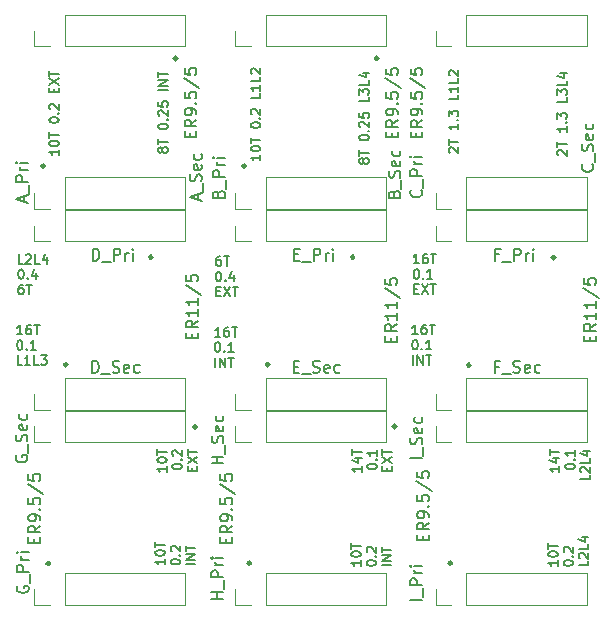
<source format=gbr>
%TF.GenerationSoftware,KiCad,Pcbnew,8.0.0*%
%TF.CreationDate,2024-05-13T09:11:22+02:00*%
%TF.ProjectId,Planar_XFMR,506c616e-6172-45f5-9846-4d522e6b6963,A*%
%TF.SameCoordinates,Original*%
%TF.FileFunction,Legend,Top*%
%TF.FilePolarity,Positive*%
%FSLAX46Y46*%
G04 Gerber Fmt 4.6, Leading zero omitted, Abs format (unit mm)*
G04 Created by KiCad (PCBNEW 8.0.0) date 2024-05-13 09:11:22*
%MOMM*%
%LPD*%
G01*
G04 APERTURE LIST*
%ADD10C,0.275000*%
%ADD11C,0.160000*%
%ADD12C,0.200000*%
%ADD13C,0.150000*%
%ADD14C,0.120000*%
G04 APERTURE END LIST*
D10*
X118597500Y-52170000D02*
G75*
G02*
X118322500Y-52170000I-137500J0D01*
G01*
X118322500Y-52170000D02*
G75*
G02*
X118597500Y-52170000I137500J0D01*
G01*
X109487500Y-44475000D02*
G75*
G02*
X109212500Y-44475000I-137500J0D01*
G01*
X109212500Y-44475000D02*
G75*
G02*
X109487500Y-44475000I137500J0D01*
G01*
X111407500Y-61280000D02*
G75*
G02*
X111132500Y-61280000I-137500J0D01*
G01*
X111132500Y-61280000D02*
G75*
G02*
X111407500Y-61280000I137500J0D01*
G01*
X126957500Y-78070000D02*
G75*
G02*
X126682500Y-78070000I-137500J0D01*
G01*
X126682500Y-78070000D02*
G75*
G02*
X126957500Y-78070000I137500J0D01*
G01*
X143977500Y-78070000D02*
G75*
G02*
X143702500Y-78070000I-137500J0D01*
G01*
X143702500Y-78070000D02*
G75*
G02*
X143977500Y-78070000I137500J0D01*
G01*
X120712500Y-35350000D02*
G75*
G02*
X120437500Y-35350000I-137500J0D01*
G01*
X120437500Y-35350000D02*
G75*
G02*
X120712500Y-35350000I137500J0D01*
G01*
X145528425Y-61315459D02*
G75*
G02*
X145253425Y-61315459I-137500J0D01*
G01*
X145253425Y-61315459D02*
G75*
G02*
X145528425Y-61315459I137500J0D01*
G01*
X139247500Y-66510000D02*
G75*
G02*
X138972500Y-66510000I-137500J0D01*
G01*
X138972500Y-66510000D02*
G75*
G02*
X139247500Y-66510000I137500J0D01*
G01*
X128507500Y-61280000D02*
G75*
G02*
X128232500Y-61280000I-137500J0D01*
G01*
X128232500Y-61280000D02*
G75*
G02*
X128507500Y-61280000I137500J0D01*
G01*
X122337500Y-66550000D02*
G75*
G02*
X122062500Y-66550000I-137500J0D01*
G01*
X122062500Y-66550000D02*
G75*
G02*
X122337500Y-66550000I137500J0D01*
G01*
X126512500Y-44475000D02*
G75*
G02*
X126237500Y-44475000I-137500J0D01*
G01*
X126237500Y-44475000D02*
G75*
G02*
X126512500Y-44475000I137500J0D01*
G01*
X152718425Y-52205459D02*
G75*
G02*
X152443425Y-52205459I-137500J0D01*
G01*
X152443425Y-52205459D02*
G75*
G02*
X152718425Y-52205459I137500J0D01*
G01*
X137737500Y-35350000D02*
G75*
G02*
X137462500Y-35350000I-137500J0D01*
G01*
X137462500Y-35350000D02*
G75*
G02*
X137737500Y-35350000I137500J0D01*
G01*
X135697500Y-52170000D02*
G75*
G02*
X135422500Y-52170000I-137500J0D01*
G01*
X135422500Y-52170000D02*
G75*
G02*
X135697500Y-52170000I137500J0D01*
G01*
X109917500Y-78110000D02*
G75*
G02*
X109642500Y-78110000I-137500J0D01*
G01*
X109642500Y-78110000D02*
G75*
G02*
X109917500Y-78110000I137500J0D01*
G01*
D11*
X124354786Y-58907865D02*
X123897643Y-58907865D01*
X124126215Y-58907865D02*
X124126215Y-58107865D01*
X124126215Y-58107865D02*
X124050024Y-58222150D01*
X124050024Y-58222150D02*
X123973834Y-58298341D01*
X123973834Y-58298341D02*
X123897643Y-58336436D01*
X125040501Y-58107865D02*
X124888120Y-58107865D01*
X124888120Y-58107865D02*
X124811929Y-58145960D01*
X124811929Y-58145960D02*
X124773834Y-58184055D01*
X124773834Y-58184055D02*
X124697644Y-58298341D01*
X124697644Y-58298341D02*
X124659548Y-58450722D01*
X124659548Y-58450722D02*
X124659548Y-58755484D01*
X124659548Y-58755484D02*
X124697644Y-58831674D01*
X124697644Y-58831674D02*
X124735739Y-58869770D01*
X124735739Y-58869770D02*
X124811929Y-58907865D01*
X124811929Y-58907865D02*
X124964310Y-58907865D01*
X124964310Y-58907865D02*
X125040501Y-58869770D01*
X125040501Y-58869770D02*
X125078596Y-58831674D01*
X125078596Y-58831674D02*
X125116691Y-58755484D01*
X125116691Y-58755484D02*
X125116691Y-58565008D01*
X125116691Y-58565008D02*
X125078596Y-58488817D01*
X125078596Y-58488817D02*
X125040501Y-58450722D01*
X125040501Y-58450722D02*
X124964310Y-58412627D01*
X124964310Y-58412627D02*
X124811929Y-58412627D01*
X124811929Y-58412627D02*
X124735739Y-58450722D01*
X124735739Y-58450722D02*
X124697644Y-58488817D01*
X124697644Y-58488817D02*
X124659548Y-58565008D01*
X125345263Y-58107865D02*
X125802406Y-58107865D01*
X125573834Y-58907865D02*
X125573834Y-58107865D01*
X124088120Y-59395820D02*
X124164310Y-59395820D01*
X124164310Y-59395820D02*
X124240501Y-59433915D01*
X124240501Y-59433915D02*
X124278596Y-59472010D01*
X124278596Y-59472010D02*
X124316691Y-59548201D01*
X124316691Y-59548201D02*
X124354786Y-59700582D01*
X124354786Y-59700582D02*
X124354786Y-59891058D01*
X124354786Y-59891058D02*
X124316691Y-60043439D01*
X124316691Y-60043439D02*
X124278596Y-60119629D01*
X124278596Y-60119629D02*
X124240501Y-60157725D01*
X124240501Y-60157725D02*
X124164310Y-60195820D01*
X124164310Y-60195820D02*
X124088120Y-60195820D01*
X124088120Y-60195820D02*
X124011929Y-60157725D01*
X124011929Y-60157725D02*
X123973834Y-60119629D01*
X123973834Y-60119629D02*
X123935739Y-60043439D01*
X123935739Y-60043439D02*
X123897643Y-59891058D01*
X123897643Y-59891058D02*
X123897643Y-59700582D01*
X123897643Y-59700582D02*
X123935739Y-59548201D01*
X123935739Y-59548201D02*
X123973834Y-59472010D01*
X123973834Y-59472010D02*
X124011929Y-59433915D01*
X124011929Y-59433915D02*
X124088120Y-59395820D01*
X124697644Y-60119629D02*
X124735739Y-60157725D01*
X124735739Y-60157725D02*
X124697644Y-60195820D01*
X124697644Y-60195820D02*
X124659548Y-60157725D01*
X124659548Y-60157725D02*
X124697644Y-60119629D01*
X124697644Y-60119629D02*
X124697644Y-60195820D01*
X125497643Y-60195820D02*
X125040500Y-60195820D01*
X125269072Y-60195820D02*
X125269072Y-59395820D01*
X125269072Y-59395820D02*
X125192881Y-59510105D01*
X125192881Y-59510105D02*
X125116691Y-59586296D01*
X125116691Y-59586296D02*
X125040500Y-59624391D01*
X123935739Y-61483775D02*
X123935739Y-60683775D01*
X124316691Y-61483775D02*
X124316691Y-60683775D01*
X124316691Y-60683775D02*
X124773834Y-61483775D01*
X124773834Y-61483775D02*
X124773834Y-60683775D01*
X125040500Y-60683775D02*
X125497643Y-60683775D01*
X125269071Y-61483775D02*
X125269071Y-60683775D01*
X119436632Y-43164975D02*
X119398537Y-43241165D01*
X119398537Y-43241165D02*
X119360441Y-43279260D01*
X119360441Y-43279260D02*
X119284251Y-43317356D01*
X119284251Y-43317356D02*
X119246156Y-43317356D01*
X119246156Y-43317356D02*
X119169965Y-43279260D01*
X119169965Y-43279260D02*
X119131870Y-43241165D01*
X119131870Y-43241165D02*
X119093775Y-43164975D01*
X119093775Y-43164975D02*
X119093775Y-43012594D01*
X119093775Y-43012594D02*
X119131870Y-42936403D01*
X119131870Y-42936403D02*
X119169965Y-42898308D01*
X119169965Y-42898308D02*
X119246156Y-42860213D01*
X119246156Y-42860213D02*
X119284251Y-42860213D01*
X119284251Y-42860213D02*
X119360441Y-42898308D01*
X119360441Y-42898308D02*
X119398537Y-42936403D01*
X119398537Y-42936403D02*
X119436632Y-43012594D01*
X119436632Y-43012594D02*
X119436632Y-43164975D01*
X119436632Y-43164975D02*
X119474727Y-43241165D01*
X119474727Y-43241165D02*
X119512822Y-43279260D01*
X119512822Y-43279260D02*
X119589013Y-43317356D01*
X119589013Y-43317356D02*
X119741394Y-43317356D01*
X119741394Y-43317356D02*
X119817584Y-43279260D01*
X119817584Y-43279260D02*
X119855680Y-43241165D01*
X119855680Y-43241165D02*
X119893775Y-43164975D01*
X119893775Y-43164975D02*
X119893775Y-43012594D01*
X119893775Y-43012594D02*
X119855680Y-42936403D01*
X119855680Y-42936403D02*
X119817584Y-42898308D01*
X119817584Y-42898308D02*
X119741394Y-42860213D01*
X119741394Y-42860213D02*
X119589013Y-42860213D01*
X119589013Y-42860213D02*
X119512822Y-42898308D01*
X119512822Y-42898308D02*
X119474727Y-42936403D01*
X119474727Y-42936403D02*
X119436632Y-43012594D01*
X119093775Y-42631641D02*
X119093775Y-42174498D01*
X119893775Y-42403070D02*
X119093775Y-42403070D01*
X119093775Y-41145926D02*
X119093775Y-41069736D01*
X119093775Y-41069736D02*
X119131870Y-40993545D01*
X119131870Y-40993545D02*
X119169965Y-40955450D01*
X119169965Y-40955450D02*
X119246156Y-40917355D01*
X119246156Y-40917355D02*
X119398537Y-40879260D01*
X119398537Y-40879260D02*
X119589013Y-40879260D01*
X119589013Y-40879260D02*
X119741394Y-40917355D01*
X119741394Y-40917355D02*
X119817584Y-40955450D01*
X119817584Y-40955450D02*
X119855680Y-40993545D01*
X119855680Y-40993545D02*
X119893775Y-41069736D01*
X119893775Y-41069736D02*
X119893775Y-41145926D01*
X119893775Y-41145926D02*
X119855680Y-41222117D01*
X119855680Y-41222117D02*
X119817584Y-41260212D01*
X119817584Y-41260212D02*
X119741394Y-41298307D01*
X119741394Y-41298307D02*
X119589013Y-41336403D01*
X119589013Y-41336403D02*
X119398537Y-41336403D01*
X119398537Y-41336403D02*
X119246156Y-41298307D01*
X119246156Y-41298307D02*
X119169965Y-41260212D01*
X119169965Y-41260212D02*
X119131870Y-41222117D01*
X119131870Y-41222117D02*
X119093775Y-41145926D01*
X119817584Y-40536402D02*
X119855680Y-40498307D01*
X119855680Y-40498307D02*
X119893775Y-40536402D01*
X119893775Y-40536402D02*
X119855680Y-40574498D01*
X119855680Y-40574498D02*
X119817584Y-40536402D01*
X119817584Y-40536402D02*
X119893775Y-40536402D01*
X119169965Y-40193546D02*
X119131870Y-40155450D01*
X119131870Y-40155450D02*
X119093775Y-40079260D01*
X119093775Y-40079260D02*
X119093775Y-39888784D01*
X119093775Y-39888784D02*
X119131870Y-39812593D01*
X119131870Y-39812593D02*
X119169965Y-39774498D01*
X119169965Y-39774498D02*
X119246156Y-39736403D01*
X119246156Y-39736403D02*
X119322346Y-39736403D01*
X119322346Y-39736403D02*
X119436632Y-39774498D01*
X119436632Y-39774498D02*
X119893775Y-40231641D01*
X119893775Y-40231641D02*
X119893775Y-39736403D01*
X119093775Y-39012593D02*
X119093775Y-39393545D01*
X119093775Y-39393545D02*
X119474727Y-39431641D01*
X119474727Y-39431641D02*
X119436632Y-39393545D01*
X119436632Y-39393545D02*
X119398537Y-39317355D01*
X119398537Y-39317355D02*
X119398537Y-39126879D01*
X119398537Y-39126879D02*
X119436632Y-39050688D01*
X119436632Y-39050688D02*
X119474727Y-39012593D01*
X119474727Y-39012593D02*
X119550918Y-38974498D01*
X119550918Y-38974498D02*
X119741394Y-38974498D01*
X119741394Y-38974498D02*
X119817584Y-39012593D01*
X119817584Y-39012593D02*
X119855680Y-39050688D01*
X119855680Y-39050688D02*
X119893775Y-39126879D01*
X119893775Y-39126879D02*
X119893775Y-39317355D01*
X119893775Y-39317355D02*
X119855680Y-39393545D01*
X119855680Y-39393545D02*
X119817584Y-39431641D01*
X119893775Y-38022116D02*
X119093775Y-38022116D01*
X119893775Y-37641164D02*
X119093775Y-37641164D01*
X119093775Y-37641164D02*
X119893775Y-37184021D01*
X119893775Y-37184021D02*
X119093775Y-37184021D01*
X119093775Y-36917355D02*
X119093775Y-36460212D01*
X119893775Y-36688784D02*
X119093775Y-36688784D01*
D12*
X141493409Y-76130326D02*
X141493409Y-75796993D01*
X142017219Y-75654136D02*
X142017219Y-76130326D01*
X142017219Y-76130326D02*
X141017219Y-76130326D01*
X141017219Y-76130326D02*
X141017219Y-75654136D01*
X142017219Y-74654136D02*
X141541028Y-74987469D01*
X142017219Y-75225564D02*
X141017219Y-75225564D01*
X141017219Y-75225564D02*
X141017219Y-74844612D01*
X141017219Y-74844612D02*
X141064838Y-74749374D01*
X141064838Y-74749374D02*
X141112457Y-74701755D01*
X141112457Y-74701755D02*
X141207695Y-74654136D01*
X141207695Y-74654136D02*
X141350552Y-74654136D01*
X141350552Y-74654136D02*
X141445790Y-74701755D01*
X141445790Y-74701755D02*
X141493409Y-74749374D01*
X141493409Y-74749374D02*
X141541028Y-74844612D01*
X141541028Y-74844612D02*
X141541028Y-75225564D01*
X142017219Y-74177945D02*
X142017219Y-73987469D01*
X142017219Y-73987469D02*
X141969600Y-73892231D01*
X141969600Y-73892231D02*
X141921980Y-73844612D01*
X141921980Y-73844612D02*
X141779123Y-73749374D01*
X141779123Y-73749374D02*
X141588647Y-73701755D01*
X141588647Y-73701755D02*
X141207695Y-73701755D01*
X141207695Y-73701755D02*
X141112457Y-73749374D01*
X141112457Y-73749374D02*
X141064838Y-73796993D01*
X141064838Y-73796993D02*
X141017219Y-73892231D01*
X141017219Y-73892231D02*
X141017219Y-74082707D01*
X141017219Y-74082707D02*
X141064838Y-74177945D01*
X141064838Y-74177945D02*
X141112457Y-74225564D01*
X141112457Y-74225564D02*
X141207695Y-74273183D01*
X141207695Y-74273183D02*
X141445790Y-74273183D01*
X141445790Y-74273183D02*
X141541028Y-74225564D01*
X141541028Y-74225564D02*
X141588647Y-74177945D01*
X141588647Y-74177945D02*
X141636266Y-74082707D01*
X141636266Y-74082707D02*
X141636266Y-73892231D01*
X141636266Y-73892231D02*
X141588647Y-73796993D01*
X141588647Y-73796993D02*
X141541028Y-73749374D01*
X141541028Y-73749374D02*
X141445790Y-73701755D01*
X141921980Y-73273183D02*
X141969600Y-73225564D01*
X141969600Y-73225564D02*
X142017219Y-73273183D01*
X142017219Y-73273183D02*
X141969600Y-73320802D01*
X141969600Y-73320802D02*
X141921980Y-73273183D01*
X141921980Y-73273183D02*
X142017219Y-73273183D01*
X141017219Y-72320803D02*
X141017219Y-72796993D01*
X141017219Y-72796993D02*
X141493409Y-72844612D01*
X141493409Y-72844612D02*
X141445790Y-72796993D01*
X141445790Y-72796993D02*
X141398171Y-72701755D01*
X141398171Y-72701755D02*
X141398171Y-72463660D01*
X141398171Y-72463660D02*
X141445790Y-72368422D01*
X141445790Y-72368422D02*
X141493409Y-72320803D01*
X141493409Y-72320803D02*
X141588647Y-72273184D01*
X141588647Y-72273184D02*
X141826742Y-72273184D01*
X141826742Y-72273184D02*
X141921980Y-72320803D01*
X141921980Y-72320803D02*
X141969600Y-72368422D01*
X141969600Y-72368422D02*
X142017219Y-72463660D01*
X142017219Y-72463660D02*
X142017219Y-72701755D01*
X142017219Y-72701755D02*
X141969600Y-72796993D01*
X141969600Y-72796993D02*
X141921980Y-72844612D01*
X140969600Y-71130327D02*
X142255314Y-71987469D01*
X141017219Y-70320803D02*
X141017219Y-70796993D01*
X141017219Y-70796993D02*
X141493409Y-70844612D01*
X141493409Y-70844612D02*
X141445790Y-70796993D01*
X141445790Y-70796993D02*
X141398171Y-70701755D01*
X141398171Y-70701755D02*
X141398171Y-70463660D01*
X141398171Y-70463660D02*
X141445790Y-70368422D01*
X141445790Y-70368422D02*
X141493409Y-70320803D01*
X141493409Y-70320803D02*
X141588647Y-70273184D01*
X141588647Y-70273184D02*
X141826742Y-70273184D01*
X141826742Y-70273184D02*
X141921980Y-70320803D01*
X141921980Y-70320803D02*
X141969600Y-70368422D01*
X141969600Y-70368422D02*
X142017219Y-70463660D01*
X142017219Y-70463660D02*
X142017219Y-70701755D01*
X142017219Y-70701755D02*
X141969600Y-70796993D01*
X141969600Y-70796993D02*
X141921980Y-70844612D01*
D11*
X127743775Y-43510213D02*
X127743775Y-43967356D01*
X127743775Y-43738784D02*
X126943775Y-43738784D01*
X126943775Y-43738784D02*
X127058060Y-43814975D01*
X127058060Y-43814975D02*
X127134251Y-43891165D01*
X127134251Y-43891165D02*
X127172346Y-43967356D01*
X126943775Y-43014974D02*
X126943775Y-42938784D01*
X126943775Y-42938784D02*
X126981870Y-42862593D01*
X126981870Y-42862593D02*
X127019965Y-42824498D01*
X127019965Y-42824498D02*
X127096156Y-42786403D01*
X127096156Y-42786403D02*
X127248537Y-42748308D01*
X127248537Y-42748308D02*
X127439013Y-42748308D01*
X127439013Y-42748308D02*
X127591394Y-42786403D01*
X127591394Y-42786403D02*
X127667584Y-42824498D01*
X127667584Y-42824498D02*
X127705680Y-42862593D01*
X127705680Y-42862593D02*
X127743775Y-42938784D01*
X127743775Y-42938784D02*
X127743775Y-43014974D01*
X127743775Y-43014974D02*
X127705680Y-43091165D01*
X127705680Y-43091165D02*
X127667584Y-43129260D01*
X127667584Y-43129260D02*
X127591394Y-43167355D01*
X127591394Y-43167355D02*
X127439013Y-43205451D01*
X127439013Y-43205451D02*
X127248537Y-43205451D01*
X127248537Y-43205451D02*
X127096156Y-43167355D01*
X127096156Y-43167355D02*
X127019965Y-43129260D01*
X127019965Y-43129260D02*
X126981870Y-43091165D01*
X126981870Y-43091165D02*
X126943775Y-43014974D01*
X126943775Y-42519736D02*
X126943775Y-42062593D01*
X127743775Y-42291165D02*
X126943775Y-42291165D01*
X126943775Y-41034021D02*
X126943775Y-40957831D01*
X126943775Y-40957831D02*
X126981870Y-40881640D01*
X126981870Y-40881640D02*
X127019965Y-40843545D01*
X127019965Y-40843545D02*
X127096156Y-40805450D01*
X127096156Y-40805450D02*
X127248537Y-40767355D01*
X127248537Y-40767355D02*
X127439013Y-40767355D01*
X127439013Y-40767355D02*
X127591394Y-40805450D01*
X127591394Y-40805450D02*
X127667584Y-40843545D01*
X127667584Y-40843545D02*
X127705680Y-40881640D01*
X127705680Y-40881640D02*
X127743775Y-40957831D01*
X127743775Y-40957831D02*
X127743775Y-41034021D01*
X127743775Y-41034021D02*
X127705680Y-41110212D01*
X127705680Y-41110212D02*
X127667584Y-41148307D01*
X127667584Y-41148307D02*
X127591394Y-41186402D01*
X127591394Y-41186402D02*
X127439013Y-41224498D01*
X127439013Y-41224498D02*
X127248537Y-41224498D01*
X127248537Y-41224498D02*
X127096156Y-41186402D01*
X127096156Y-41186402D02*
X127019965Y-41148307D01*
X127019965Y-41148307D02*
X126981870Y-41110212D01*
X126981870Y-41110212D02*
X126943775Y-41034021D01*
X127667584Y-40424497D02*
X127705680Y-40386402D01*
X127705680Y-40386402D02*
X127743775Y-40424497D01*
X127743775Y-40424497D02*
X127705680Y-40462593D01*
X127705680Y-40462593D02*
X127667584Y-40424497D01*
X127667584Y-40424497D02*
X127743775Y-40424497D01*
X127019965Y-40081641D02*
X126981870Y-40043545D01*
X126981870Y-40043545D02*
X126943775Y-39967355D01*
X126943775Y-39967355D02*
X126943775Y-39776879D01*
X126943775Y-39776879D02*
X126981870Y-39700688D01*
X126981870Y-39700688D02*
X127019965Y-39662593D01*
X127019965Y-39662593D02*
X127096156Y-39624498D01*
X127096156Y-39624498D02*
X127172346Y-39624498D01*
X127172346Y-39624498D02*
X127286632Y-39662593D01*
X127286632Y-39662593D02*
X127743775Y-40119736D01*
X127743775Y-40119736D02*
X127743775Y-39624498D01*
X127743775Y-38291164D02*
X127743775Y-38672116D01*
X127743775Y-38672116D02*
X126943775Y-38672116D01*
X127743775Y-37605450D02*
X127743775Y-38062593D01*
X127743775Y-37834021D02*
X126943775Y-37834021D01*
X126943775Y-37834021D02*
X127058060Y-37910212D01*
X127058060Y-37910212D02*
X127134251Y-37986402D01*
X127134251Y-37986402D02*
X127172346Y-38062593D01*
X127743775Y-36881640D02*
X127743775Y-37262592D01*
X127743775Y-37262592D02*
X126943775Y-37262592D01*
X127019965Y-36653069D02*
X126981870Y-36614973D01*
X126981870Y-36614973D02*
X126943775Y-36538783D01*
X126943775Y-36538783D02*
X126943775Y-36348307D01*
X126943775Y-36348307D02*
X126981870Y-36272116D01*
X126981870Y-36272116D02*
X127019965Y-36234021D01*
X127019965Y-36234021D02*
X127096156Y-36195926D01*
X127096156Y-36195926D02*
X127172346Y-36195926D01*
X127172346Y-36195926D02*
X127286632Y-36234021D01*
X127286632Y-36234021D02*
X127743775Y-36691164D01*
X127743775Y-36691164D02*
X127743775Y-36195926D01*
X119667865Y-77735213D02*
X119667865Y-78192356D01*
X119667865Y-77963784D02*
X118867865Y-77963784D01*
X118867865Y-77963784D02*
X118982150Y-78039975D01*
X118982150Y-78039975D02*
X119058341Y-78116165D01*
X119058341Y-78116165D02*
X119096436Y-78192356D01*
X118867865Y-77239974D02*
X118867865Y-77163784D01*
X118867865Y-77163784D02*
X118905960Y-77087593D01*
X118905960Y-77087593D02*
X118944055Y-77049498D01*
X118944055Y-77049498D02*
X119020246Y-77011403D01*
X119020246Y-77011403D02*
X119172627Y-76973308D01*
X119172627Y-76973308D02*
X119363103Y-76973308D01*
X119363103Y-76973308D02*
X119515484Y-77011403D01*
X119515484Y-77011403D02*
X119591674Y-77049498D01*
X119591674Y-77049498D02*
X119629770Y-77087593D01*
X119629770Y-77087593D02*
X119667865Y-77163784D01*
X119667865Y-77163784D02*
X119667865Y-77239974D01*
X119667865Y-77239974D02*
X119629770Y-77316165D01*
X119629770Y-77316165D02*
X119591674Y-77354260D01*
X119591674Y-77354260D02*
X119515484Y-77392355D01*
X119515484Y-77392355D02*
X119363103Y-77430451D01*
X119363103Y-77430451D02*
X119172627Y-77430451D01*
X119172627Y-77430451D02*
X119020246Y-77392355D01*
X119020246Y-77392355D02*
X118944055Y-77354260D01*
X118944055Y-77354260D02*
X118905960Y-77316165D01*
X118905960Y-77316165D02*
X118867865Y-77239974D01*
X118867865Y-76744736D02*
X118867865Y-76287593D01*
X119667865Y-76516165D02*
X118867865Y-76516165D01*
X120155820Y-78001879D02*
X120155820Y-77925689D01*
X120155820Y-77925689D02*
X120193915Y-77849498D01*
X120193915Y-77849498D02*
X120232010Y-77811403D01*
X120232010Y-77811403D02*
X120308201Y-77773308D01*
X120308201Y-77773308D02*
X120460582Y-77735213D01*
X120460582Y-77735213D02*
X120651058Y-77735213D01*
X120651058Y-77735213D02*
X120803439Y-77773308D01*
X120803439Y-77773308D02*
X120879629Y-77811403D01*
X120879629Y-77811403D02*
X120917725Y-77849498D01*
X120917725Y-77849498D02*
X120955820Y-77925689D01*
X120955820Y-77925689D02*
X120955820Y-78001879D01*
X120955820Y-78001879D02*
X120917725Y-78078070D01*
X120917725Y-78078070D02*
X120879629Y-78116165D01*
X120879629Y-78116165D02*
X120803439Y-78154260D01*
X120803439Y-78154260D02*
X120651058Y-78192356D01*
X120651058Y-78192356D02*
X120460582Y-78192356D01*
X120460582Y-78192356D02*
X120308201Y-78154260D01*
X120308201Y-78154260D02*
X120232010Y-78116165D01*
X120232010Y-78116165D02*
X120193915Y-78078070D01*
X120193915Y-78078070D02*
X120155820Y-78001879D01*
X120879629Y-77392355D02*
X120917725Y-77354260D01*
X120917725Y-77354260D02*
X120955820Y-77392355D01*
X120955820Y-77392355D02*
X120917725Y-77430451D01*
X120917725Y-77430451D02*
X120879629Y-77392355D01*
X120879629Y-77392355D02*
X120955820Y-77392355D01*
X120232010Y-77049499D02*
X120193915Y-77011403D01*
X120193915Y-77011403D02*
X120155820Y-76935213D01*
X120155820Y-76935213D02*
X120155820Y-76744737D01*
X120155820Y-76744737D02*
X120193915Y-76668546D01*
X120193915Y-76668546D02*
X120232010Y-76630451D01*
X120232010Y-76630451D02*
X120308201Y-76592356D01*
X120308201Y-76592356D02*
X120384391Y-76592356D01*
X120384391Y-76592356D02*
X120498677Y-76630451D01*
X120498677Y-76630451D02*
X120955820Y-77087594D01*
X120955820Y-77087594D02*
X120955820Y-76592356D01*
X122243775Y-78154260D02*
X121443775Y-78154260D01*
X122243775Y-77773308D02*
X121443775Y-77773308D01*
X121443775Y-77773308D02*
X122243775Y-77316165D01*
X122243775Y-77316165D02*
X121443775Y-77316165D01*
X121443775Y-77049499D02*
X121443775Y-76592356D01*
X122243775Y-76820928D02*
X121443775Y-76820928D01*
X153067865Y-69879073D02*
X153067865Y-70336216D01*
X153067865Y-70107644D02*
X152267865Y-70107644D01*
X152267865Y-70107644D02*
X152382150Y-70183835D01*
X152382150Y-70183835D02*
X152458341Y-70260025D01*
X152458341Y-70260025D02*
X152496436Y-70336216D01*
X152534531Y-69193358D02*
X153067865Y-69193358D01*
X152229770Y-69383834D02*
X152801198Y-69574311D01*
X152801198Y-69574311D02*
X152801198Y-69079072D01*
X152267865Y-68888596D02*
X152267865Y-68431453D01*
X153067865Y-68660025D02*
X152267865Y-68660025D01*
X153555820Y-69917167D02*
X153555820Y-69840977D01*
X153555820Y-69840977D02*
X153593915Y-69764786D01*
X153593915Y-69764786D02*
X153632010Y-69726691D01*
X153632010Y-69726691D02*
X153708201Y-69688596D01*
X153708201Y-69688596D02*
X153860582Y-69650501D01*
X153860582Y-69650501D02*
X154051058Y-69650501D01*
X154051058Y-69650501D02*
X154203439Y-69688596D01*
X154203439Y-69688596D02*
X154279629Y-69726691D01*
X154279629Y-69726691D02*
X154317725Y-69764786D01*
X154317725Y-69764786D02*
X154355820Y-69840977D01*
X154355820Y-69840977D02*
X154355820Y-69917167D01*
X154355820Y-69917167D02*
X154317725Y-69993358D01*
X154317725Y-69993358D02*
X154279629Y-70031453D01*
X154279629Y-70031453D02*
X154203439Y-70069548D01*
X154203439Y-70069548D02*
X154051058Y-70107644D01*
X154051058Y-70107644D02*
X153860582Y-70107644D01*
X153860582Y-70107644D02*
X153708201Y-70069548D01*
X153708201Y-70069548D02*
X153632010Y-70031453D01*
X153632010Y-70031453D02*
X153593915Y-69993358D01*
X153593915Y-69993358D02*
X153555820Y-69917167D01*
X154279629Y-69307643D02*
X154317725Y-69269548D01*
X154317725Y-69269548D02*
X154355820Y-69307643D01*
X154355820Y-69307643D02*
X154317725Y-69345739D01*
X154317725Y-69345739D02*
X154279629Y-69307643D01*
X154279629Y-69307643D02*
X154355820Y-69307643D01*
X154355820Y-68507644D02*
X154355820Y-68964787D01*
X154355820Y-68736215D02*
X153555820Y-68736215D01*
X153555820Y-68736215D02*
X153670105Y-68812406D01*
X153670105Y-68812406D02*
X153746296Y-68888596D01*
X153746296Y-68888596D02*
X153784391Y-68964787D01*
X155643775Y-70602882D02*
X155643775Y-70983834D01*
X155643775Y-70983834D02*
X154843775Y-70983834D01*
X154919965Y-70374311D02*
X154881870Y-70336215D01*
X154881870Y-70336215D02*
X154843775Y-70260025D01*
X154843775Y-70260025D02*
X154843775Y-70069549D01*
X154843775Y-70069549D02*
X154881870Y-69993358D01*
X154881870Y-69993358D02*
X154919965Y-69955263D01*
X154919965Y-69955263D02*
X154996156Y-69917168D01*
X154996156Y-69917168D02*
X155072346Y-69917168D01*
X155072346Y-69917168D02*
X155186632Y-69955263D01*
X155186632Y-69955263D02*
X155643775Y-70412406D01*
X155643775Y-70412406D02*
X155643775Y-69917168D01*
X155643775Y-69193358D02*
X155643775Y-69574310D01*
X155643775Y-69574310D02*
X154843775Y-69574310D01*
X155110441Y-68583834D02*
X155643775Y-68583834D01*
X154805680Y-68774310D02*
X155377108Y-68964787D01*
X155377108Y-68964787D02*
X155377108Y-68469548D01*
X119817865Y-69879073D02*
X119817865Y-70336216D01*
X119817865Y-70107644D02*
X119017865Y-70107644D01*
X119017865Y-70107644D02*
X119132150Y-70183835D01*
X119132150Y-70183835D02*
X119208341Y-70260025D01*
X119208341Y-70260025D02*
X119246436Y-70336216D01*
X119017865Y-69383834D02*
X119017865Y-69307644D01*
X119017865Y-69307644D02*
X119055960Y-69231453D01*
X119055960Y-69231453D02*
X119094055Y-69193358D01*
X119094055Y-69193358D02*
X119170246Y-69155263D01*
X119170246Y-69155263D02*
X119322627Y-69117168D01*
X119322627Y-69117168D02*
X119513103Y-69117168D01*
X119513103Y-69117168D02*
X119665484Y-69155263D01*
X119665484Y-69155263D02*
X119741674Y-69193358D01*
X119741674Y-69193358D02*
X119779770Y-69231453D01*
X119779770Y-69231453D02*
X119817865Y-69307644D01*
X119817865Y-69307644D02*
X119817865Y-69383834D01*
X119817865Y-69383834D02*
X119779770Y-69460025D01*
X119779770Y-69460025D02*
X119741674Y-69498120D01*
X119741674Y-69498120D02*
X119665484Y-69536215D01*
X119665484Y-69536215D02*
X119513103Y-69574311D01*
X119513103Y-69574311D02*
X119322627Y-69574311D01*
X119322627Y-69574311D02*
X119170246Y-69536215D01*
X119170246Y-69536215D02*
X119094055Y-69498120D01*
X119094055Y-69498120D02*
X119055960Y-69460025D01*
X119055960Y-69460025D02*
X119017865Y-69383834D01*
X119017865Y-68888596D02*
X119017865Y-68431453D01*
X119817865Y-68660025D02*
X119017865Y-68660025D01*
X120305820Y-69917167D02*
X120305820Y-69840977D01*
X120305820Y-69840977D02*
X120343915Y-69764786D01*
X120343915Y-69764786D02*
X120382010Y-69726691D01*
X120382010Y-69726691D02*
X120458201Y-69688596D01*
X120458201Y-69688596D02*
X120610582Y-69650501D01*
X120610582Y-69650501D02*
X120801058Y-69650501D01*
X120801058Y-69650501D02*
X120953439Y-69688596D01*
X120953439Y-69688596D02*
X121029629Y-69726691D01*
X121029629Y-69726691D02*
X121067725Y-69764786D01*
X121067725Y-69764786D02*
X121105820Y-69840977D01*
X121105820Y-69840977D02*
X121105820Y-69917167D01*
X121105820Y-69917167D02*
X121067725Y-69993358D01*
X121067725Y-69993358D02*
X121029629Y-70031453D01*
X121029629Y-70031453D02*
X120953439Y-70069548D01*
X120953439Y-70069548D02*
X120801058Y-70107644D01*
X120801058Y-70107644D02*
X120610582Y-70107644D01*
X120610582Y-70107644D02*
X120458201Y-70069548D01*
X120458201Y-70069548D02*
X120382010Y-70031453D01*
X120382010Y-70031453D02*
X120343915Y-69993358D01*
X120343915Y-69993358D02*
X120305820Y-69917167D01*
X121029629Y-69307643D02*
X121067725Y-69269548D01*
X121067725Y-69269548D02*
X121105820Y-69307643D01*
X121105820Y-69307643D02*
X121067725Y-69345739D01*
X121067725Y-69345739D02*
X121029629Y-69307643D01*
X121029629Y-69307643D02*
X121105820Y-69307643D01*
X120382010Y-68964787D02*
X120343915Y-68926691D01*
X120343915Y-68926691D02*
X120305820Y-68850501D01*
X120305820Y-68850501D02*
X120305820Y-68660025D01*
X120305820Y-68660025D02*
X120343915Y-68583834D01*
X120343915Y-68583834D02*
X120382010Y-68545739D01*
X120382010Y-68545739D02*
X120458201Y-68507644D01*
X120458201Y-68507644D02*
X120534391Y-68507644D01*
X120534391Y-68507644D02*
X120648677Y-68545739D01*
X120648677Y-68545739D02*
X121105820Y-69002882D01*
X121105820Y-69002882D02*
X121105820Y-68507644D01*
X121974727Y-70260025D02*
X121974727Y-69993359D01*
X122393775Y-69879073D02*
X122393775Y-70260025D01*
X122393775Y-70260025D02*
X121593775Y-70260025D01*
X121593775Y-70260025D02*
X121593775Y-69879073D01*
X121593775Y-69612406D02*
X122393775Y-69079072D01*
X121593775Y-69079072D02*
X122393775Y-69612406D01*
X121593775Y-68888596D02*
X121593775Y-68431453D01*
X122393775Y-68660025D02*
X121593775Y-68660025D01*
X143769965Y-43342356D02*
X143731870Y-43304260D01*
X143731870Y-43304260D02*
X143693775Y-43228070D01*
X143693775Y-43228070D02*
X143693775Y-43037594D01*
X143693775Y-43037594D02*
X143731870Y-42961403D01*
X143731870Y-42961403D02*
X143769965Y-42923308D01*
X143769965Y-42923308D02*
X143846156Y-42885213D01*
X143846156Y-42885213D02*
X143922346Y-42885213D01*
X143922346Y-42885213D02*
X144036632Y-42923308D01*
X144036632Y-42923308D02*
X144493775Y-43380451D01*
X144493775Y-43380451D02*
X144493775Y-42885213D01*
X143693775Y-42656641D02*
X143693775Y-42199498D01*
X144493775Y-42428070D02*
X143693775Y-42428070D01*
X144493775Y-40904260D02*
X144493775Y-41361403D01*
X144493775Y-41132831D02*
X143693775Y-41132831D01*
X143693775Y-41132831D02*
X143808060Y-41209022D01*
X143808060Y-41209022D02*
X143884251Y-41285212D01*
X143884251Y-41285212D02*
X143922346Y-41361403D01*
X144417584Y-40561402D02*
X144455680Y-40523307D01*
X144455680Y-40523307D02*
X144493775Y-40561402D01*
X144493775Y-40561402D02*
X144455680Y-40599498D01*
X144455680Y-40599498D02*
X144417584Y-40561402D01*
X144417584Y-40561402D02*
X144493775Y-40561402D01*
X143693775Y-40256641D02*
X143693775Y-39761403D01*
X143693775Y-39761403D02*
X143998537Y-40028069D01*
X143998537Y-40028069D02*
X143998537Y-39913784D01*
X143998537Y-39913784D02*
X144036632Y-39837593D01*
X144036632Y-39837593D02*
X144074727Y-39799498D01*
X144074727Y-39799498D02*
X144150918Y-39761403D01*
X144150918Y-39761403D02*
X144341394Y-39761403D01*
X144341394Y-39761403D02*
X144417584Y-39799498D01*
X144417584Y-39799498D02*
X144455680Y-39837593D01*
X144455680Y-39837593D02*
X144493775Y-39913784D01*
X144493775Y-39913784D02*
X144493775Y-40142355D01*
X144493775Y-40142355D02*
X144455680Y-40218546D01*
X144455680Y-40218546D02*
X144417584Y-40256641D01*
X144493775Y-38428069D02*
X144493775Y-38809021D01*
X144493775Y-38809021D02*
X143693775Y-38809021D01*
X144493775Y-37742355D02*
X144493775Y-38199498D01*
X144493775Y-37970926D02*
X143693775Y-37970926D01*
X143693775Y-37970926D02*
X143808060Y-38047117D01*
X143808060Y-38047117D02*
X143884251Y-38123307D01*
X143884251Y-38123307D02*
X143922346Y-38199498D01*
X144493775Y-37018545D02*
X144493775Y-37399497D01*
X144493775Y-37399497D02*
X143693775Y-37399497D01*
X143769965Y-36789974D02*
X143731870Y-36751878D01*
X143731870Y-36751878D02*
X143693775Y-36675688D01*
X143693775Y-36675688D02*
X143693775Y-36485212D01*
X143693775Y-36485212D02*
X143731870Y-36409021D01*
X143731870Y-36409021D02*
X143769965Y-36370926D01*
X143769965Y-36370926D02*
X143846156Y-36332831D01*
X143846156Y-36332831D02*
X143922346Y-36332831D01*
X143922346Y-36332831D02*
X144036632Y-36370926D01*
X144036632Y-36370926D02*
X144493775Y-36828069D01*
X144493775Y-36828069D02*
X144493775Y-36332831D01*
D12*
X138793409Y-59320326D02*
X138793409Y-58986993D01*
X139317219Y-58844136D02*
X139317219Y-59320326D01*
X139317219Y-59320326D02*
X138317219Y-59320326D01*
X138317219Y-59320326D02*
X138317219Y-58844136D01*
X139317219Y-57844136D02*
X138841028Y-58177469D01*
X139317219Y-58415564D02*
X138317219Y-58415564D01*
X138317219Y-58415564D02*
X138317219Y-58034612D01*
X138317219Y-58034612D02*
X138364838Y-57939374D01*
X138364838Y-57939374D02*
X138412457Y-57891755D01*
X138412457Y-57891755D02*
X138507695Y-57844136D01*
X138507695Y-57844136D02*
X138650552Y-57844136D01*
X138650552Y-57844136D02*
X138745790Y-57891755D01*
X138745790Y-57891755D02*
X138793409Y-57939374D01*
X138793409Y-57939374D02*
X138841028Y-58034612D01*
X138841028Y-58034612D02*
X138841028Y-58415564D01*
X139317219Y-56891755D02*
X139317219Y-57463183D01*
X139317219Y-57177469D02*
X138317219Y-57177469D01*
X138317219Y-57177469D02*
X138460076Y-57272707D01*
X138460076Y-57272707D02*
X138555314Y-57367945D01*
X138555314Y-57367945D02*
X138602933Y-57463183D01*
X139317219Y-55939374D02*
X139317219Y-56510802D01*
X139317219Y-56225088D02*
X138317219Y-56225088D01*
X138317219Y-56225088D02*
X138460076Y-56320326D01*
X138460076Y-56320326D02*
X138555314Y-56415564D01*
X138555314Y-56415564D02*
X138602933Y-56510802D01*
X138269600Y-54796517D02*
X139555314Y-55653659D01*
X138317219Y-53986993D02*
X138317219Y-54463183D01*
X138317219Y-54463183D02*
X138793409Y-54510802D01*
X138793409Y-54510802D02*
X138745790Y-54463183D01*
X138745790Y-54463183D02*
X138698171Y-54367945D01*
X138698171Y-54367945D02*
X138698171Y-54129850D01*
X138698171Y-54129850D02*
X138745790Y-54034612D01*
X138745790Y-54034612D02*
X138793409Y-53986993D01*
X138793409Y-53986993D02*
X138888647Y-53939374D01*
X138888647Y-53939374D02*
X139126742Y-53939374D01*
X139126742Y-53939374D02*
X139221980Y-53986993D01*
X139221980Y-53986993D02*
X139269600Y-54034612D01*
X139269600Y-54034612D02*
X139317219Y-54129850D01*
X139317219Y-54129850D02*
X139317219Y-54367945D01*
X139317219Y-54367945D02*
X139269600Y-54463183D01*
X139269600Y-54463183D02*
X139221980Y-54510802D01*
X155623409Y-59300326D02*
X155623409Y-58966993D01*
X156147219Y-58824136D02*
X156147219Y-59300326D01*
X156147219Y-59300326D02*
X155147219Y-59300326D01*
X155147219Y-59300326D02*
X155147219Y-58824136D01*
X156147219Y-57824136D02*
X155671028Y-58157469D01*
X156147219Y-58395564D02*
X155147219Y-58395564D01*
X155147219Y-58395564D02*
X155147219Y-58014612D01*
X155147219Y-58014612D02*
X155194838Y-57919374D01*
X155194838Y-57919374D02*
X155242457Y-57871755D01*
X155242457Y-57871755D02*
X155337695Y-57824136D01*
X155337695Y-57824136D02*
X155480552Y-57824136D01*
X155480552Y-57824136D02*
X155575790Y-57871755D01*
X155575790Y-57871755D02*
X155623409Y-57919374D01*
X155623409Y-57919374D02*
X155671028Y-58014612D01*
X155671028Y-58014612D02*
X155671028Y-58395564D01*
X156147219Y-56871755D02*
X156147219Y-57443183D01*
X156147219Y-57157469D02*
X155147219Y-57157469D01*
X155147219Y-57157469D02*
X155290076Y-57252707D01*
X155290076Y-57252707D02*
X155385314Y-57347945D01*
X155385314Y-57347945D02*
X155432933Y-57443183D01*
X156147219Y-55919374D02*
X156147219Y-56490802D01*
X156147219Y-56205088D02*
X155147219Y-56205088D01*
X155147219Y-56205088D02*
X155290076Y-56300326D01*
X155290076Y-56300326D02*
X155385314Y-56395564D01*
X155385314Y-56395564D02*
X155432933Y-56490802D01*
X155099600Y-54776517D02*
X156385314Y-55633659D01*
X155147219Y-53966993D02*
X155147219Y-54443183D01*
X155147219Y-54443183D02*
X155623409Y-54490802D01*
X155623409Y-54490802D02*
X155575790Y-54443183D01*
X155575790Y-54443183D02*
X155528171Y-54347945D01*
X155528171Y-54347945D02*
X155528171Y-54109850D01*
X155528171Y-54109850D02*
X155575790Y-54014612D01*
X155575790Y-54014612D02*
X155623409Y-53966993D01*
X155623409Y-53966993D02*
X155718647Y-53919374D01*
X155718647Y-53919374D02*
X155956742Y-53919374D01*
X155956742Y-53919374D02*
X156051980Y-53966993D01*
X156051980Y-53966993D02*
X156099600Y-54014612D01*
X156099600Y-54014612D02*
X156147219Y-54109850D01*
X156147219Y-54109850D02*
X156147219Y-54347945D01*
X156147219Y-54347945D02*
X156099600Y-54443183D01*
X156099600Y-54443183D02*
X156051980Y-54490802D01*
D11*
X110693775Y-43060213D02*
X110693775Y-43517356D01*
X110693775Y-43288784D02*
X109893775Y-43288784D01*
X109893775Y-43288784D02*
X110008060Y-43364975D01*
X110008060Y-43364975D02*
X110084251Y-43441165D01*
X110084251Y-43441165D02*
X110122346Y-43517356D01*
X109893775Y-42564974D02*
X109893775Y-42488784D01*
X109893775Y-42488784D02*
X109931870Y-42412593D01*
X109931870Y-42412593D02*
X109969965Y-42374498D01*
X109969965Y-42374498D02*
X110046156Y-42336403D01*
X110046156Y-42336403D02*
X110198537Y-42298308D01*
X110198537Y-42298308D02*
X110389013Y-42298308D01*
X110389013Y-42298308D02*
X110541394Y-42336403D01*
X110541394Y-42336403D02*
X110617584Y-42374498D01*
X110617584Y-42374498D02*
X110655680Y-42412593D01*
X110655680Y-42412593D02*
X110693775Y-42488784D01*
X110693775Y-42488784D02*
X110693775Y-42564974D01*
X110693775Y-42564974D02*
X110655680Y-42641165D01*
X110655680Y-42641165D02*
X110617584Y-42679260D01*
X110617584Y-42679260D02*
X110541394Y-42717355D01*
X110541394Y-42717355D02*
X110389013Y-42755451D01*
X110389013Y-42755451D02*
X110198537Y-42755451D01*
X110198537Y-42755451D02*
X110046156Y-42717355D01*
X110046156Y-42717355D02*
X109969965Y-42679260D01*
X109969965Y-42679260D02*
X109931870Y-42641165D01*
X109931870Y-42641165D02*
X109893775Y-42564974D01*
X109893775Y-42069736D02*
X109893775Y-41612593D01*
X110693775Y-41841165D02*
X109893775Y-41841165D01*
X109893775Y-40584021D02*
X109893775Y-40507831D01*
X109893775Y-40507831D02*
X109931870Y-40431640D01*
X109931870Y-40431640D02*
X109969965Y-40393545D01*
X109969965Y-40393545D02*
X110046156Y-40355450D01*
X110046156Y-40355450D02*
X110198537Y-40317355D01*
X110198537Y-40317355D02*
X110389013Y-40317355D01*
X110389013Y-40317355D02*
X110541394Y-40355450D01*
X110541394Y-40355450D02*
X110617584Y-40393545D01*
X110617584Y-40393545D02*
X110655680Y-40431640D01*
X110655680Y-40431640D02*
X110693775Y-40507831D01*
X110693775Y-40507831D02*
X110693775Y-40584021D01*
X110693775Y-40584021D02*
X110655680Y-40660212D01*
X110655680Y-40660212D02*
X110617584Y-40698307D01*
X110617584Y-40698307D02*
X110541394Y-40736402D01*
X110541394Y-40736402D02*
X110389013Y-40774498D01*
X110389013Y-40774498D02*
X110198537Y-40774498D01*
X110198537Y-40774498D02*
X110046156Y-40736402D01*
X110046156Y-40736402D02*
X109969965Y-40698307D01*
X109969965Y-40698307D02*
X109931870Y-40660212D01*
X109931870Y-40660212D02*
X109893775Y-40584021D01*
X110617584Y-39974497D02*
X110655680Y-39936402D01*
X110655680Y-39936402D02*
X110693775Y-39974497D01*
X110693775Y-39974497D02*
X110655680Y-40012593D01*
X110655680Y-40012593D02*
X110617584Y-39974497D01*
X110617584Y-39974497D02*
X110693775Y-39974497D01*
X109969965Y-39631641D02*
X109931870Y-39593545D01*
X109931870Y-39593545D02*
X109893775Y-39517355D01*
X109893775Y-39517355D02*
X109893775Y-39326879D01*
X109893775Y-39326879D02*
X109931870Y-39250688D01*
X109931870Y-39250688D02*
X109969965Y-39212593D01*
X109969965Y-39212593D02*
X110046156Y-39174498D01*
X110046156Y-39174498D02*
X110122346Y-39174498D01*
X110122346Y-39174498D02*
X110236632Y-39212593D01*
X110236632Y-39212593D02*
X110693775Y-39669736D01*
X110693775Y-39669736D02*
X110693775Y-39174498D01*
X110274727Y-38222116D02*
X110274727Y-37955450D01*
X110693775Y-37841164D02*
X110693775Y-38222116D01*
X110693775Y-38222116D02*
X109893775Y-38222116D01*
X109893775Y-38222116D02*
X109893775Y-37841164D01*
X109893775Y-37574497D02*
X110693775Y-37041163D01*
X109893775Y-37041163D02*
X110693775Y-37574497D01*
X109893775Y-36850687D02*
X109893775Y-36393544D01*
X110693775Y-36622116D02*
X109893775Y-36622116D01*
X107676691Y-52717865D02*
X107295739Y-52717865D01*
X107295739Y-52717865D02*
X107295739Y-51917865D01*
X107905262Y-51994055D02*
X107943358Y-51955960D01*
X107943358Y-51955960D02*
X108019548Y-51917865D01*
X108019548Y-51917865D02*
X108210024Y-51917865D01*
X108210024Y-51917865D02*
X108286215Y-51955960D01*
X108286215Y-51955960D02*
X108324310Y-51994055D01*
X108324310Y-51994055D02*
X108362405Y-52070246D01*
X108362405Y-52070246D02*
X108362405Y-52146436D01*
X108362405Y-52146436D02*
X108324310Y-52260722D01*
X108324310Y-52260722D02*
X107867167Y-52717865D01*
X107867167Y-52717865D02*
X108362405Y-52717865D01*
X109086215Y-52717865D02*
X108705263Y-52717865D01*
X108705263Y-52717865D02*
X108705263Y-51917865D01*
X109695739Y-52184531D02*
X109695739Y-52717865D01*
X109505263Y-51879770D02*
X109314786Y-52451198D01*
X109314786Y-52451198D02*
X109810025Y-52451198D01*
X107448120Y-53205820D02*
X107524310Y-53205820D01*
X107524310Y-53205820D02*
X107600501Y-53243915D01*
X107600501Y-53243915D02*
X107638596Y-53282010D01*
X107638596Y-53282010D02*
X107676691Y-53358201D01*
X107676691Y-53358201D02*
X107714786Y-53510582D01*
X107714786Y-53510582D02*
X107714786Y-53701058D01*
X107714786Y-53701058D02*
X107676691Y-53853439D01*
X107676691Y-53853439D02*
X107638596Y-53929629D01*
X107638596Y-53929629D02*
X107600501Y-53967725D01*
X107600501Y-53967725D02*
X107524310Y-54005820D01*
X107524310Y-54005820D02*
X107448120Y-54005820D01*
X107448120Y-54005820D02*
X107371929Y-53967725D01*
X107371929Y-53967725D02*
X107333834Y-53929629D01*
X107333834Y-53929629D02*
X107295739Y-53853439D01*
X107295739Y-53853439D02*
X107257643Y-53701058D01*
X107257643Y-53701058D02*
X107257643Y-53510582D01*
X107257643Y-53510582D02*
X107295739Y-53358201D01*
X107295739Y-53358201D02*
X107333834Y-53282010D01*
X107333834Y-53282010D02*
X107371929Y-53243915D01*
X107371929Y-53243915D02*
X107448120Y-53205820D01*
X108057644Y-53929629D02*
X108095739Y-53967725D01*
X108095739Y-53967725D02*
X108057644Y-54005820D01*
X108057644Y-54005820D02*
X108019548Y-53967725D01*
X108019548Y-53967725D02*
X108057644Y-53929629D01*
X108057644Y-53929629D02*
X108057644Y-54005820D01*
X108781453Y-53472486D02*
X108781453Y-54005820D01*
X108590977Y-53167725D02*
X108400500Y-53739153D01*
X108400500Y-53739153D02*
X108895739Y-53739153D01*
X107638596Y-54493775D02*
X107486215Y-54493775D01*
X107486215Y-54493775D02*
X107410024Y-54531870D01*
X107410024Y-54531870D02*
X107371929Y-54569965D01*
X107371929Y-54569965D02*
X107295739Y-54684251D01*
X107295739Y-54684251D02*
X107257643Y-54836632D01*
X107257643Y-54836632D02*
X107257643Y-55141394D01*
X107257643Y-55141394D02*
X107295739Y-55217584D01*
X107295739Y-55217584D02*
X107333834Y-55255680D01*
X107333834Y-55255680D02*
X107410024Y-55293775D01*
X107410024Y-55293775D02*
X107562405Y-55293775D01*
X107562405Y-55293775D02*
X107638596Y-55255680D01*
X107638596Y-55255680D02*
X107676691Y-55217584D01*
X107676691Y-55217584D02*
X107714786Y-55141394D01*
X107714786Y-55141394D02*
X107714786Y-54950918D01*
X107714786Y-54950918D02*
X107676691Y-54874727D01*
X107676691Y-54874727D02*
X107638596Y-54836632D01*
X107638596Y-54836632D02*
X107562405Y-54798537D01*
X107562405Y-54798537D02*
X107410024Y-54798537D01*
X107410024Y-54798537D02*
X107333834Y-54836632D01*
X107333834Y-54836632D02*
X107295739Y-54874727D01*
X107295739Y-54874727D02*
X107257643Y-54950918D01*
X107943358Y-54493775D02*
X108400501Y-54493775D01*
X108171929Y-55293775D02*
X108171929Y-54493775D01*
D12*
X121818409Y-42005326D02*
X121818409Y-41671993D01*
X122342219Y-41529136D02*
X122342219Y-42005326D01*
X122342219Y-42005326D02*
X121342219Y-42005326D01*
X121342219Y-42005326D02*
X121342219Y-41529136D01*
X122342219Y-40529136D02*
X121866028Y-40862469D01*
X122342219Y-41100564D02*
X121342219Y-41100564D01*
X121342219Y-41100564D02*
X121342219Y-40719612D01*
X121342219Y-40719612D02*
X121389838Y-40624374D01*
X121389838Y-40624374D02*
X121437457Y-40576755D01*
X121437457Y-40576755D02*
X121532695Y-40529136D01*
X121532695Y-40529136D02*
X121675552Y-40529136D01*
X121675552Y-40529136D02*
X121770790Y-40576755D01*
X121770790Y-40576755D02*
X121818409Y-40624374D01*
X121818409Y-40624374D02*
X121866028Y-40719612D01*
X121866028Y-40719612D02*
X121866028Y-41100564D01*
X122342219Y-40052945D02*
X122342219Y-39862469D01*
X122342219Y-39862469D02*
X122294600Y-39767231D01*
X122294600Y-39767231D02*
X122246980Y-39719612D01*
X122246980Y-39719612D02*
X122104123Y-39624374D01*
X122104123Y-39624374D02*
X121913647Y-39576755D01*
X121913647Y-39576755D02*
X121532695Y-39576755D01*
X121532695Y-39576755D02*
X121437457Y-39624374D01*
X121437457Y-39624374D02*
X121389838Y-39671993D01*
X121389838Y-39671993D02*
X121342219Y-39767231D01*
X121342219Y-39767231D02*
X121342219Y-39957707D01*
X121342219Y-39957707D02*
X121389838Y-40052945D01*
X121389838Y-40052945D02*
X121437457Y-40100564D01*
X121437457Y-40100564D02*
X121532695Y-40148183D01*
X121532695Y-40148183D02*
X121770790Y-40148183D01*
X121770790Y-40148183D02*
X121866028Y-40100564D01*
X121866028Y-40100564D02*
X121913647Y-40052945D01*
X121913647Y-40052945D02*
X121961266Y-39957707D01*
X121961266Y-39957707D02*
X121961266Y-39767231D01*
X121961266Y-39767231D02*
X121913647Y-39671993D01*
X121913647Y-39671993D02*
X121866028Y-39624374D01*
X121866028Y-39624374D02*
X121770790Y-39576755D01*
X122246980Y-39148183D02*
X122294600Y-39100564D01*
X122294600Y-39100564D02*
X122342219Y-39148183D01*
X122342219Y-39148183D02*
X122294600Y-39195802D01*
X122294600Y-39195802D02*
X122246980Y-39148183D01*
X122246980Y-39148183D02*
X122342219Y-39148183D01*
X121342219Y-38195803D02*
X121342219Y-38671993D01*
X121342219Y-38671993D02*
X121818409Y-38719612D01*
X121818409Y-38719612D02*
X121770790Y-38671993D01*
X121770790Y-38671993D02*
X121723171Y-38576755D01*
X121723171Y-38576755D02*
X121723171Y-38338660D01*
X121723171Y-38338660D02*
X121770790Y-38243422D01*
X121770790Y-38243422D02*
X121818409Y-38195803D01*
X121818409Y-38195803D02*
X121913647Y-38148184D01*
X121913647Y-38148184D02*
X122151742Y-38148184D01*
X122151742Y-38148184D02*
X122246980Y-38195803D01*
X122246980Y-38195803D02*
X122294600Y-38243422D01*
X122294600Y-38243422D02*
X122342219Y-38338660D01*
X122342219Y-38338660D02*
X122342219Y-38576755D01*
X122342219Y-38576755D02*
X122294600Y-38671993D01*
X122294600Y-38671993D02*
X122246980Y-38719612D01*
X121294600Y-37005327D02*
X122580314Y-37862469D01*
X121342219Y-36195803D02*
X121342219Y-36671993D01*
X121342219Y-36671993D02*
X121818409Y-36719612D01*
X121818409Y-36719612D02*
X121770790Y-36671993D01*
X121770790Y-36671993D02*
X121723171Y-36576755D01*
X121723171Y-36576755D02*
X121723171Y-36338660D01*
X121723171Y-36338660D02*
X121770790Y-36243422D01*
X121770790Y-36243422D02*
X121818409Y-36195803D01*
X121818409Y-36195803D02*
X121913647Y-36148184D01*
X121913647Y-36148184D02*
X122151742Y-36148184D01*
X122151742Y-36148184D02*
X122246980Y-36195803D01*
X122246980Y-36195803D02*
X122294600Y-36243422D01*
X122294600Y-36243422D02*
X122342219Y-36338660D01*
X122342219Y-36338660D02*
X122342219Y-36576755D01*
X122342219Y-36576755D02*
X122294600Y-36671993D01*
X122294600Y-36671993D02*
X122246980Y-36719612D01*
X124843409Y-76380326D02*
X124843409Y-76046993D01*
X125367219Y-75904136D02*
X125367219Y-76380326D01*
X125367219Y-76380326D02*
X124367219Y-76380326D01*
X124367219Y-76380326D02*
X124367219Y-75904136D01*
X125367219Y-74904136D02*
X124891028Y-75237469D01*
X125367219Y-75475564D02*
X124367219Y-75475564D01*
X124367219Y-75475564D02*
X124367219Y-75094612D01*
X124367219Y-75094612D02*
X124414838Y-74999374D01*
X124414838Y-74999374D02*
X124462457Y-74951755D01*
X124462457Y-74951755D02*
X124557695Y-74904136D01*
X124557695Y-74904136D02*
X124700552Y-74904136D01*
X124700552Y-74904136D02*
X124795790Y-74951755D01*
X124795790Y-74951755D02*
X124843409Y-74999374D01*
X124843409Y-74999374D02*
X124891028Y-75094612D01*
X124891028Y-75094612D02*
X124891028Y-75475564D01*
X125367219Y-74427945D02*
X125367219Y-74237469D01*
X125367219Y-74237469D02*
X125319600Y-74142231D01*
X125319600Y-74142231D02*
X125271980Y-74094612D01*
X125271980Y-74094612D02*
X125129123Y-73999374D01*
X125129123Y-73999374D02*
X124938647Y-73951755D01*
X124938647Y-73951755D02*
X124557695Y-73951755D01*
X124557695Y-73951755D02*
X124462457Y-73999374D01*
X124462457Y-73999374D02*
X124414838Y-74046993D01*
X124414838Y-74046993D02*
X124367219Y-74142231D01*
X124367219Y-74142231D02*
X124367219Y-74332707D01*
X124367219Y-74332707D02*
X124414838Y-74427945D01*
X124414838Y-74427945D02*
X124462457Y-74475564D01*
X124462457Y-74475564D02*
X124557695Y-74523183D01*
X124557695Y-74523183D02*
X124795790Y-74523183D01*
X124795790Y-74523183D02*
X124891028Y-74475564D01*
X124891028Y-74475564D02*
X124938647Y-74427945D01*
X124938647Y-74427945D02*
X124986266Y-74332707D01*
X124986266Y-74332707D02*
X124986266Y-74142231D01*
X124986266Y-74142231D02*
X124938647Y-74046993D01*
X124938647Y-74046993D02*
X124891028Y-73999374D01*
X124891028Y-73999374D02*
X124795790Y-73951755D01*
X125271980Y-73523183D02*
X125319600Y-73475564D01*
X125319600Y-73475564D02*
X125367219Y-73523183D01*
X125367219Y-73523183D02*
X125319600Y-73570802D01*
X125319600Y-73570802D02*
X125271980Y-73523183D01*
X125271980Y-73523183D02*
X125367219Y-73523183D01*
X124367219Y-72570803D02*
X124367219Y-73046993D01*
X124367219Y-73046993D02*
X124843409Y-73094612D01*
X124843409Y-73094612D02*
X124795790Y-73046993D01*
X124795790Y-73046993D02*
X124748171Y-72951755D01*
X124748171Y-72951755D02*
X124748171Y-72713660D01*
X124748171Y-72713660D02*
X124795790Y-72618422D01*
X124795790Y-72618422D02*
X124843409Y-72570803D01*
X124843409Y-72570803D02*
X124938647Y-72523184D01*
X124938647Y-72523184D02*
X125176742Y-72523184D01*
X125176742Y-72523184D02*
X125271980Y-72570803D01*
X125271980Y-72570803D02*
X125319600Y-72618422D01*
X125319600Y-72618422D02*
X125367219Y-72713660D01*
X125367219Y-72713660D02*
X125367219Y-72951755D01*
X125367219Y-72951755D02*
X125319600Y-73046993D01*
X125319600Y-73046993D02*
X125271980Y-73094612D01*
X124319600Y-71380327D02*
X125605314Y-72237469D01*
X124367219Y-70570803D02*
X124367219Y-71046993D01*
X124367219Y-71046993D02*
X124843409Y-71094612D01*
X124843409Y-71094612D02*
X124795790Y-71046993D01*
X124795790Y-71046993D02*
X124748171Y-70951755D01*
X124748171Y-70951755D02*
X124748171Y-70713660D01*
X124748171Y-70713660D02*
X124795790Y-70618422D01*
X124795790Y-70618422D02*
X124843409Y-70570803D01*
X124843409Y-70570803D02*
X124938647Y-70523184D01*
X124938647Y-70523184D02*
X125176742Y-70523184D01*
X125176742Y-70523184D02*
X125271980Y-70570803D01*
X125271980Y-70570803D02*
X125319600Y-70618422D01*
X125319600Y-70618422D02*
X125367219Y-70713660D01*
X125367219Y-70713660D02*
X125367219Y-70951755D01*
X125367219Y-70951755D02*
X125319600Y-71046993D01*
X125319600Y-71046993D02*
X125271980Y-71094612D01*
D11*
X136317865Y-69879073D02*
X136317865Y-70336216D01*
X136317865Y-70107644D02*
X135517865Y-70107644D01*
X135517865Y-70107644D02*
X135632150Y-70183835D01*
X135632150Y-70183835D02*
X135708341Y-70260025D01*
X135708341Y-70260025D02*
X135746436Y-70336216D01*
X135784531Y-69193358D02*
X136317865Y-69193358D01*
X135479770Y-69383834D02*
X136051198Y-69574311D01*
X136051198Y-69574311D02*
X136051198Y-69079072D01*
X135517865Y-68888596D02*
X135517865Y-68431453D01*
X136317865Y-68660025D02*
X135517865Y-68660025D01*
X136805820Y-69917167D02*
X136805820Y-69840977D01*
X136805820Y-69840977D02*
X136843915Y-69764786D01*
X136843915Y-69764786D02*
X136882010Y-69726691D01*
X136882010Y-69726691D02*
X136958201Y-69688596D01*
X136958201Y-69688596D02*
X137110582Y-69650501D01*
X137110582Y-69650501D02*
X137301058Y-69650501D01*
X137301058Y-69650501D02*
X137453439Y-69688596D01*
X137453439Y-69688596D02*
X137529629Y-69726691D01*
X137529629Y-69726691D02*
X137567725Y-69764786D01*
X137567725Y-69764786D02*
X137605820Y-69840977D01*
X137605820Y-69840977D02*
X137605820Y-69917167D01*
X137605820Y-69917167D02*
X137567725Y-69993358D01*
X137567725Y-69993358D02*
X137529629Y-70031453D01*
X137529629Y-70031453D02*
X137453439Y-70069548D01*
X137453439Y-70069548D02*
X137301058Y-70107644D01*
X137301058Y-70107644D02*
X137110582Y-70107644D01*
X137110582Y-70107644D02*
X136958201Y-70069548D01*
X136958201Y-70069548D02*
X136882010Y-70031453D01*
X136882010Y-70031453D02*
X136843915Y-69993358D01*
X136843915Y-69993358D02*
X136805820Y-69917167D01*
X137529629Y-69307643D02*
X137567725Y-69269548D01*
X137567725Y-69269548D02*
X137605820Y-69307643D01*
X137605820Y-69307643D02*
X137567725Y-69345739D01*
X137567725Y-69345739D02*
X137529629Y-69307643D01*
X137529629Y-69307643D02*
X137605820Y-69307643D01*
X137605820Y-68507644D02*
X137605820Y-68964787D01*
X137605820Y-68736215D02*
X136805820Y-68736215D01*
X136805820Y-68736215D02*
X136920105Y-68812406D01*
X136920105Y-68812406D02*
X136996296Y-68888596D01*
X136996296Y-68888596D02*
X137034391Y-68964787D01*
X138474727Y-70260025D02*
X138474727Y-69993359D01*
X138893775Y-69879073D02*
X138893775Y-70260025D01*
X138893775Y-70260025D02*
X138093775Y-70260025D01*
X138093775Y-70260025D02*
X138093775Y-69879073D01*
X138093775Y-69612406D02*
X138893775Y-69079072D01*
X138093775Y-69079072D02*
X138893775Y-69612406D01*
X138093775Y-68888596D02*
X138093775Y-68431453D01*
X138893775Y-68660025D02*
X138093775Y-68660025D01*
D12*
X138868409Y-42030326D02*
X138868409Y-41696993D01*
X139392219Y-41554136D02*
X139392219Y-42030326D01*
X139392219Y-42030326D02*
X138392219Y-42030326D01*
X138392219Y-42030326D02*
X138392219Y-41554136D01*
X139392219Y-40554136D02*
X138916028Y-40887469D01*
X139392219Y-41125564D02*
X138392219Y-41125564D01*
X138392219Y-41125564D02*
X138392219Y-40744612D01*
X138392219Y-40744612D02*
X138439838Y-40649374D01*
X138439838Y-40649374D02*
X138487457Y-40601755D01*
X138487457Y-40601755D02*
X138582695Y-40554136D01*
X138582695Y-40554136D02*
X138725552Y-40554136D01*
X138725552Y-40554136D02*
X138820790Y-40601755D01*
X138820790Y-40601755D02*
X138868409Y-40649374D01*
X138868409Y-40649374D02*
X138916028Y-40744612D01*
X138916028Y-40744612D02*
X138916028Y-41125564D01*
X139392219Y-40077945D02*
X139392219Y-39887469D01*
X139392219Y-39887469D02*
X139344600Y-39792231D01*
X139344600Y-39792231D02*
X139296980Y-39744612D01*
X139296980Y-39744612D02*
X139154123Y-39649374D01*
X139154123Y-39649374D02*
X138963647Y-39601755D01*
X138963647Y-39601755D02*
X138582695Y-39601755D01*
X138582695Y-39601755D02*
X138487457Y-39649374D01*
X138487457Y-39649374D02*
X138439838Y-39696993D01*
X138439838Y-39696993D02*
X138392219Y-39792231D01*
X138392219Y-39792231D02*
X138392219Y-39982707D01*
X138392219Y-39982707D02*
X138439838Y-40077945D01*
X138439838Y-40077945D02*
X138487457Y-40125564D01*
X138487457Y-40125564D02*
X138582695Y-40173183D01*
X138582695Y-40173183D02*
X138820790Y-40173183D01*
X138820790Y-40173183D02*
X138916028Y-40125564D01*
X138916028Y-40125564D02*
X138963647Y-40077945D01*
X138963647Y-40077945D02*
X139011266Y-39982707D01*
X139011266Y-39982707D02*
X139011266Y-39792231D01*
X139011266Y-39792231D02*
X138963647Y-39696993D01*
X138963647Y-39696993D02*
X138916028Y-39649374D01*
X138916028Y-39649374D02*
X138820790Y-39601755D01*
X139296980Y-39173183D02*
X139344600Y-39125564D01*
X139344600Y-39125564D02*
X139392219Y-39173183D01*
X139392219Y-39173183D02*
X139344600Y-39220802D01*
X139344600Y-39220802D02*
X139296980Y-39173183D01*
X139296980Y-39173183D02*
X139392219Y-39173183D01*
X138392219Y-38220803D02*
X138392219Y-38696993D01*
X138392219Y-38696993D02*
X138868409Y-38744612D01*
X138868409Y-38744612D02*
X138820790Y-38696993D01*
X138820790Y-38696993D02*
X138773171Y-38601755D01*
X138773171Y-38601755D02*
X138773171Y-38363660D01*
X138773171Y-38363660D02*
X138820790Y-38268422D01*
X138820790Y-38268422D02*
X138868409Y-38220803D01*
X138868409Y-38220803D02*
X138963647Y-38173184D01*
X138963647Y-38173184D02*
X139201742Y-38173184D01*
X139201742Y-38173184D02*
X139296980Y-38220803D01*
X139296980Y-38220803D02*
X139344600Y-38268422D01*
X139344600Y-38268422D02*
X139392219Y-38363660D01*
X139392219Y-38363660D02*
X139392219Y-38601755D01*
X139392219Y-38601755D02*
X139344600Y-38696993D01*
X139344600Y-38696993D02*
X139296980Y-38744612D01*
X138344600Y-37030327D02*
X139630314Y-37887469D01*
X138392219Y-36220803D02*
X138392219Y-36696993D01*
X138392219Y-36696993D02*
X138868409Y-36744612D01*
X138868409Y-36744612D02*
X138820790Y-36696993D01*
X138820790Y-36696993D02*
X138773171Y-36601755D01*
X138773171Y-36601755D02*
X138773171Y-36363660D01*
X138773171Y-36363660D02*
X138820790Y-36268422D01*
X138820790Y-36268422D02*
X138868409Y-36220803D01*
X138868409Y-36220803D02*
X138963647Y-36173184D01*
X138963647Y-36173184D02*
X139201742Y-36173184D01*
X139201742Y-36173184D02*
X139296980Y-36220803D01*
X139296980Y-36220803D02*
X139344600Y-36268422D01*
X139344600Y-36268422D02*
X139392219Y-36363660D01*
X139392219Y-36363660D02*
X139392219Y-36601755D01*
X139392219Y-36601755D02*
X139344600Y-36696993D01*
X139344600Y-36696993D02*
X139296980Y-36744612D01*
X108593409Y-76380326D02*
X108593409Y-76046993D01*
X109117219Y-75904136D02*
X109117219Y-76380326D01*
X109117219Y-76380326D02*
X108117219Y-76380326D01*
X108117219Y-76380326D02*
X108117219Y-75904136D01*
X109117219Y-74904136D02*
X108641028Y-75237469D01*
X109117219Y-75475564D02*
X108117219Y-75475564D01*
X108117219Y-75475564D02*
X108117219Y-75094612D01*
X108117219Y-75094612D02*
X108164838Y-74999374D01*
X108164838Y-74999374D02*
X108212457Y-74951755D01*
X108212457Y-74951755D02*
X108307695Y-74904136D01*
X108307695Y-74904136D02*
X108450552Y-74904136D01*
X108450552Y-74904136D02*
X108545790Y-74951755D01*
X108545790Y-74951755D02*
X108593409Y-74999374D01*
X108593409Y-74999374D02*
X108641028Y-75094612D01*
X108641028Y-75094612D02*
X108641028Y-75475564D01*
X109117219Y-74427945D02*
X109117219Y-74237469D01*
X109117219Y-74237469D02*
X109069600Y-74142231D01*
X109069600Y-74142231D02*
X109021980Y-74094612D01*
X109021980Y-74094612D02*
X108879123Y-73999374D01*
X108879123Y-73999374D02*
X108688647Y-73951755D01*
X108688647Y-73951755D02*
X108307695Y-73951755D01*
X108307695Y-73951755D02*
X108212457Y-73999374D01*
X108212457Y-73999374D02*
X108164838Y-74046993D01*
X108164838Y-74046993D02*
X108117219Y-74142231D01*
X108117219Y-74142231D02*
X108117219Y-74332707D01*
X108117219Y-74332707D02*
X108164838Y-74427945D01*
X108164838Y-74427945D02*
X108212457Y-74475564D01*
X108212457Y-74475564D02*
X108307695Y-74523183D01*
X108307695Y-74523183D02*
X108545790Y-74523183D01*
X108545790Y-74523183D02*
X108641028Y-74475564D01*
X108641028Y-74475564D02*
X108688647Y-74427945D01*
X108688647Y-74427945D02*
X108736266Y-74332707D01*
X108736266Y-74332707D02*
X108736266Y-74142231D01*
X108736266Y-74142231D02*
X108688647Y-74046993D01*
X108688647Y-74046993D02*
X108641028Y-73999374D01*
X108641028Y-73999374D02*
X108545790Y-73951755D01*
X109021980Y-73523183D02*
X109069600Y-73475564D01*
X109069600Y-73475564D02*
X109117219Y-73523183D01*
X109117219Y-73523183D02*
X109069600Y-73570802D01*
X109069600Y-73570802D02*
X109021980Y-73523183D01*
X109021980Y-73523183D02*
X109117219Y-73523183D01*
X108117219Y-72570803D02*
X108117219Y-73046993D01*
X108117219Y-73046993D02*
X108593409Y-73094612D01*
X108593409Y-73094612D02*
X108545790Y-73046993D01*
X108545790Y-73046993D02*
X108498171Y-72951755D01*
X108498171Y-72951755D02*
X108498171Y-72713660D01*
X108498171Y-72713660D02*
X108545790Y-72618422D01*
X108545790Y-72618422D02*
X108593409Y-72570803D01*
X108593409Y-72570803D02*
X108688647Y-72523184D01*
X108688647Y-72523184D02*
X108926742Y-72523184D01*
X108926742Y-72523184D02*
X109021980Y-72570803D01*
X109021980Y-72570803D02*
X109069600Y-72618422D01*
X109069600Y-72618422D02*
X109117219Y-72713660D01*
X109117219Y-72713660D02*
X109117219Y-72951755D01*
X109117219Y-72951755D02*
X109069600Y-73046993D01*
X109069600Y-73046993D02*
X109021980Y-73094612D01*
X108069600Y-71380327D02*
X109355314Y-72237469D01*
X108117219Y-70570803D02*
X108117219Y-71046993D01*
X108117219Y-71046993D02*
X108593409Y-71094612D01*
X108593409Y-71094612D02*
X108545790Y-71046993D01*
X108545790Y-71046993D02*
X108498171Y-70951755D01*
X108498171Y-70951755D02*
X108498171Y-70713660D01*
X108498171Y-70713660D02*
X108545790Y-70618422D01*
X108545790Y-70618422D02*
X108593409Y-70570803D01*
X108593409Y-70570803D02*
X108688647Y-70523184D01*
X108688647Y-70523184D02*
X108926742Y-70523184D01*
X108926742Y-70523184D02*
X109021980Y-70570803D01*
X109021980Y-70570803D02*
X109069600Y-70618422D01*
X109069600Y-70618422D02*
X109117219Y-70713660D01*
X109117219Y-70713660D02*
X109117219Y-70951755D01*
X109117219Y-70951755D02*
X109069600Y-71046993D01*
X109069600Y-71046993D02*
X109021980Y-71094612D01*
D11*
X136486632Y-44114975D02*
X136448537Y-44191165D01*
X136448537Y-44191165D02*
X136410441Y-44229260D01*
X136410441Y-44229260D02*
X136334251Y-44267356D01*
X136334251Y-44267356D02*
X136296156Y-44267356D01*
X136296156Y-44267356D02*
X136219965Y-44229260D01*
X136219965Y-44229260D02*
X136181870Y-44191165D01*
X136181870Y-44191165D02*
X136143775Y-44114975D01*
X136143775Y-44114975D02*
X136143775Y-43962594D01*
X136143775Y-43962594D02*
X136181870Y-43886403D01*
X136181870Y-43886403D02*
X136219965Y-43848308D01*
X136219965Y-43848308D02*
X136296156Y-43810213D01*
X136296156Y-43810213D02*
X136334251Y-43810213D01*
X136334251Y-43810213D02*
X136410441Y-43848308D01*
X136410441Y-43848308D02*
X136448537Y-43886403D01*
X136448537Y-43886403D02*
X136486632Y-43962594D01*
X136486632Y-43962594D02*
X136486632Y-44114975D01*
X136486632Y-44114975D02*
X136524727Y-44191165D01*
X136524727Y-44191165D02*
X136562822Y-44229260D01*
X136562822Y-44229260D02*
X136639013Y-44267356D01*
X136639013Y-44267356D02*
X136791394Y-44267356D01*
X136791394Y-44267356D02*
X136867584Y-44229260D01*
X136867584Y-44229260D02*
X136905680Y-44191165D01*
X136905680Y-44191165D02*
X136943775Y-44114975D01*
X136943775Y-44114975D02*
X136943775Y-43962594D01*
X136943775Y-43962594D02*
X136905680Y-43886403D01*
X136905680Y-43886403D02*
X136867584Y-43848308D01*
X136867584Y-43848308D02*
X136791394Y-43810213D01*
X136791394Y-43810213D02*
X136639013Y-43810213D01*
X136639013Y-43810213D02*
X136562822Y-43848308D01*
X136562822Y-43848308D02*
X136524727Y-43886403D01*
X136524727Y-43886403D02*
X136486632Y-43962594D01*
X136143775Y-43581641D02*
X136143775Y-43124498D01*
X136943775Y-43353070D02*
X136143775Y-43353070D01*
X136143775Y-42095926D02*
X136143775Y-42019736D01*
X136143775Y-42019736D02*
X136181870Y-41943545D01*
X136181870Y-41943545D02*
X136219965Y-41905450D01*
X136219965Y-41905450D02*
X136296156Y-41867355D01*
X136296156Y-41867355D02*
X136448537Y-41829260D01*
X136448537Y-41829260D02*
X136639013Y-41829260D01*
X136639013Y-41829260D02*
X136791394Y-41867355D01*
X136791394Y-41867355D02*
X136867584Y-41905450D01*
X136867584Y-41905450D02*
X136905680Y-41943545D01*
X136905680Y-41943545D02*
X136943775Y-42019736D01*
X136943775Y-42019736D02*
X136943775Y-42095926D01*
X136943775Y-42095926D02*
X136905680Y-42172117D01*
X136905680Y-42172117D02*
X136867584Y-42210212D01*
X136867584Y-42210212D02*
X136791394Y-42248307D01*
X136791394Y-42248307D02*
X136639013Y-42286403D01*
X136639013Y-42286403D02*
X136448537Y-42286403D01*
X136448537Y-42286403D02*
X136296156Y-42248307D01*
X136296156Y-42248307D02*
X136219965Y-42210212D01*
X136219965Y-42210212D02*
X136181870Y-42172117D01*
X136181870Y-42172117D02*
X136143775Y-42095926D01*
X136867584Y-41486402D02*
X136905680Y-41448307D01*
X136905680Y-41448307D02*
X136943775Y-41486402D01*
X136943775Y-41486402D02*
X136905680Y-41524498D01*
X136905680Y-41524498D02*
X136867584Y-41486402D01*
X136867584Y-41486402D02*
X136943775Y-41486402D01*
X136219965Y-41143546D02*
X136181870Y-41105450D01*
X136181870Y-41105450D02*
X136143775Y-41029260D01*
X136143775Y-41029260D02*
X136143775Y-40838784D01*
X136143775Y-40838784D02*
X136181870Y-40762593D01*
X136181870Y-40762593D02*
X136219965Y-40724498D01*
X136219965Y-40724498D02*
X136296156Y-40686403D01*
X136296156Y-40686403D02*
X136372346Y-40686403D01*
X136372346Y-40686403D02*
X136486632Y-40724498D01*
X136486632Y-40724498D02*
X136943775Y-41181641D01*
X136943775Y-41181641D02*
X136943775Y-40686403D01*
X136143775Y-39962593D02*
X136143775Y-40343545D01*
X136143775Y-40343545D02*
X136524727Y-40381641D01*
X136524727Y-40381641D02*
X136486632Y-40343545D01*
X136486632Y-40343545D02*
X136448537Y-40267355D01*
X136448537Y-40267355D02*
X136448537Y-40076879D01*
X136448537Y-40076879D02*
X136486632Y-40000688D01*
X136486632Y-40000688D02*
X136524727Y-39962593D01*
X136524727Y-39962593D02*
X136600918Y-39924498D01*
X136600918Y-39924498D02*
X136791394Y-39924498D01*
X136791394Y-39924498D02*
X136867584Y-39962593D01*
X136867584Y-39962593D02*
X136905680Y-40000688D01*
X136905680Y-40000688D02*
X136943775Y-40076879D01*
X136943775Y-40076879D02*
X136943775Y-40267355D01*
X136943775Y-40267355D02*
X136905680Y-40343545D01*
X136905680Y-40343545D02*
X136867584Y-40381641D01*
X136943775Y-38591164D02*
X136943775Y-38972116D01*
X136943775Y-38972116D02*
X136143775Y-38972116D01*
X136143775Y-38400688D02*
X136143775Y-37905450D01*
X136143775Y-37905450D02*
X136448537Y-38172116D01*
X136448537Y-38172116D02*
X136448537Y-38057831D01*
X136448537Y-38057831D02*
X136486632Y-37981640D01*
X136486632Y-37981640D02*
X136524727Y-37943545D01*
X136524727Y-37943545D02*
X136600918Y-37905450D01*
X136600918Y-37905450D02*
X136791394Y-37905450D01*
X136791394Y-37905450D02*
X136867584Y-37943545D01*
X136867584Y-37943545D02*
X136905680Y-37981640D01*
X136905680Y-37981640D02*
X136943775Y-38057831D01*
X136943775Y-38057831D02*
X136943775Y-38286402D01*
X136943775Y-38286402D02*
X136905680Y-38362593D01*
X136905680Y-38362593D02*
X136867584Y-38400688D01*
X136943775Y-37181640D02*
X136943775Y-37562592D01*
X136943775Y-37562592D02*
X136143775Y-37562592D01*
X136410441Y-36572116D02*
X136943775Y-36572116D01*
X136105680Y-36762592D02*
X136677108Y-36953069D01*
X136677108Y-36953069D02*
X136677108Y-36457830D01*
D12*
X121943409Y-59030326D02*
X121943409Y-58696993D01*
X122467219Y-58554136D02*
X122467219Y-59030326D01*
X122467219Y-59030326D02*
X121467219Y-59030326D01*
X121467219Y-59030326D02*
X121467219Y-58554136D01*
X122467219Y-57554136D02*
X121991028Y-57887469D01*
X122467219Y-58125564D02*
X121467219Y-58125564D01*
X121467219Y-58125564D02*
X121467219Y-57744612D01*
X121467219Y-57744612D02*
X121514838Y-57649374D01*
X121514838Y-57649374D02*
X121562457Y-57601755D01*
X121562457Y-57601755D02*
X121657695Y-57554136D01*
X121657695Y-57554136D02*
X121800552Y-57554136D01*
X121800552Y-57554136D02*
X121895790Y-57601755D01*
X121895790Y-57601755D02*
X121943409Y-57649374D01*
X121943409Y-57649374D02*
X121991028Y-57744612D01*
X121991028Y-57744612D02*
X121991028Y-58125564D01*
X122467219Y-56601755D02*
X122467219Y-57173183D01*
X122467219Y-56887469D02*
X121467219Y-56887469D01*
X121467219Y-56887469D02*
X121610076Y-56982707D01*
X121610076Y-56982707D02*
X121705314Y-57077945D01*
X121705314Y-57077945D02*
X121752933Y-57173183D01*
X122467219Y-55649374D02*
X122467219Y-56220802D01*
X122467219Y-55935088D02*
X121467219Y-55935088D01*
X121467219Y-55935088D02*
X121610076Y-56030326D01*
X121610076Y-56030326D02*
X121705314Y-56125564D01*
X121705314Y-56125564D02*
X121752933Y-56220802D01*
X121419600Y-54506517D02*
X122705314Y-55363659D01*
X121467219Y-53696993D02*
X121467219Y-54173183D01*
X121467219Y-54173183D02*
X121943409Y-54220802D01*
X121943409Y-54220802D02*
X121895790Y-54173183D01*
X121895790Y-54173183D02*
X121848171Y-54077945D01*
X121848171Y-54077945D02*
X121848171Y-53839850D01*
X121848171Y-53839850D02*
X121895790Y-53744612D01*
X121895790Y-53744612D02*
X121943409Y-53696993D01*
X121943409Y-53696993D02*
X122038647Y-53649374D01*
X122038647Y-53649374D02*
X122276742Y-53649374D01*
X122276742Y-53649374D02*
X122371980Y-53696993D01*
X122371980Y-53696993D02*
X122419600Y-53744612D01*
X122419600Y-53744612D02*
X122467219Y-53839850D01*
X122467219Y-53839850D02*
X122467219Y-54077945D01*
X122467219Y-54077945D02*
X122419600Y-54173183D01*
X122419600Y-54173183D02*
X122371980Y-54220802D01*
D11*
X152937865Y-77845213D02*
X152937865Y-78302356D01*
X152937865Y-78073784D02*
X152137865Y-78073784D01*
X152137865Y-78073784D02*
X152252150Y-78149975D01*
X152252150Y-78149975D02*
X152328341Y-78226165D01*
X152328341Y-78226165D02*
X152366436Y-78302356D01*
X152137865Y-77349974D02*
X152137865Y-77273784D01*
X152137865Y-77273784D02*
X152175960Y-77197593D01*
X152175960Y-77197593D02*
X152214055Y-77159498D01*
X152214055Y-77159498D02*
X152290246Y-77121403D01*
X152290246Y-77121403D02*
X152442627Y-77083308D01*
X152442627Y-77083308D02*
X152633103Y-77083308D01*
X152633103Y-77083308D02*
X152785484Y-77121403D01*
X152785484Y-77121403D02*
X152861674Y-77159498D01*
X152861674Y-77159498D02*
X152899770Y-77197593D01*
X152899770Y-77197593D02*
X152937865Y-77273784D01*
X152937865Y-77273784D02*
X152937865Y-77349974D01*
X152937865Y-77349974D02*
X152899770Y-77426165D01*
X152899770Y-77426165D02*
X152861674Y-77464260D01*
X152861674Y-77464260D02*
X152785484Y-77502355D01*
X152785484Y-77502355D02*
X152633103Y-77540451D01*
X152633103Y-77540451D02*
X152442627Y-77540451D01*
X152442627Y-77540451D02*
X152290246Y-77502355D01*
X152290246Y-77502355D02*
X152214055Y-77464260D01*
X152214055Y-77464260D02*
X152175960Y-77426165D01*
X152175960Y-77426165D02*
X152137865Y-77349974D01*
X152137865Y-76854736D02*
X152137865Y-76397593D01*
X152937865Y-76626165D02*
X152137865Y-76626165D01*
X153425820Y-78111879D02*
X153425820Y-78035689D01*
X153425820Y-78035689D02*
X153463915Y-77959498D01*
X153463915Y-77959498D02*
X153502010Y-77921403D01*
X153502010Y-77921403D02*
X153578201Y-77883308D01*
X153578201Y-77883308D02*
X153730582Y-77845213D01*
X153730582Y-77845213D02*
X153921058Y-77845213D01*
X153921058Y-77845213D02*
X154073439Y-77883308D01*
X154073439Y-77883308D02*
X154149629Y-77921403D01*
X154149629Y-77921403D02*
X154187725Y-77959498D01*
X154187725Y-77959498D02*
X154225820Y-78035689D01*
X154225820Y-78035689D02*
X154225820Y-78111879D01*
X154225820Y-78111879D02*
X154187725Y-78188070D01*
X154187725Y-78188070D02*
X154149629Y-78226165D01*
X154149629Y-78226165D02*
X154073439Y-78264260D01*
X154073439Y-78264260D02*
X153921058Y-78302356D01*
X153921058Y-78302356D02*
X153730582Y-78302356D01*
X153730582Y-78302356D02*
X153578201Y-78264260D01*
X153578201Y-78264260D02*
X153502010Y-78226165D01*
X153502010Y-78226165D02*
X153463915Y-78188070D01*
X153463915Y-78188070D02*
X153425820Y-78111879D01*
X154149629Y-77502355D02*
X154187725Y-77464260D01*
X154187725Y-77464260D02*
X154225820Y-77502355D01*
X154225820Y-77502355D02*
X154187725Y-77540451D01*
X154187725Y-77540451D02*
X154149629Y-77502355D01*
X154149629Y-77502355D02*
X154225820Y-77502355D01*
X153502010Y-77159499D02*
X153463915Y-77121403D01*
X153463915Y-77121403D02*
X153425820Y-77045213D01*
X153425820Y-77045213D02*
X153425820Y-76854737D01*
X153425820Y-76854737D02*
X153463915Y-76778546D01*
X153463915Y-76778546D02*
X153502010Y-76740451D01*
X153502010Y-76740451D02*
X153578201Y-76702356D01*
X153578201Y-76702356D02*
X153654391Y-76702356D01*
X153654391Y-76702356D02*
X153768677Y-76740451D01*
X153768677Y-76740451D02*
X154225820Y-77197594D01*
X154225820Y-77197594D02*
X154225820Y-76702356D01*
X155513775Y-77883308D02*
X155513775Y-78264260D01*
X155513775Y-78264260D02*
X154713775Y-78264260D01*
X154789965Y-77654737D02*
X154751870Y-77616641D01*
X154751870Y-77616641D02*
X154713775Y-77540451D01*
X154713775Y-77540451D02*
X154713775Y-77349975D01*
X154713775Y-77349975D02*
X154751870Y-77273784D01*
X154751870Y-77273784D02*
X154789965Y-77235689D01*
X154789965Y-77235689D02*
X154866156Y-77197594D01*
X154866156Y-77197594D02*
X154942346Y-77197594D01*
X154942346Y-77197594D02*
X155056632Y-77235689D01*
X155056632Y-77235689D02*
X155513775Y-77692832D01*
X155513775Y-77692832D02*
X155513775Y-77197594D01*
X155513775Y-76473784D02*
X155513775Y-76854736D01*
X155513775Y-76854736D02*
X154713775Y-76854736D01*
X154980441Y-75864260D02*
X155513775Y-75864260D01*
X154675680Y-76054736D02*
X155247108Y-76245213D01*
X155247108Y-76245213D02*
X155247108Y-75749974D01*
X107614786Y-58717865D02*
X107157643Y-58717865D01*
X107386215Y-58717865D02*
X107386215Y-57917865D01*
X107386215Y-57917865D02*
X107310024Y-58032150D01*
X107310024Y-58032150D02*
X107233834Y-58108341D01*
X107233834Y-58108341D02*
X107157643Y-58146436D01*
X108300501Y-57917865D02*
X108148120Y-57917865D01*
X108148120Y-57917865D02*
X108071929Y-57955960D01*
X108071929Y-57955960D02*
X108033834Y-57994055D01*
X108033834Y-57994055D02*
X107957644Y-58108341D01*
X107957644Y-58108341D02*
X107919548Y-58260722D01*
X107919548Y-58260722D02*
X107919548Y-58565484D01*
X107919548Y-58565484D02*
X107957644Y-58641674D01*
X107957644Y-58641674D02*
X107995739Y-58679770D01*
X107995739Y-58679770D02*
X108071929Y-58717865D01*
X108071929Y-58717865D02*
X108224310Y-58717865D01*
X108224310Y-58717865D02*
X108300501Y-58679770D01*
X108300501Y-58679770D02*
X108338596Y-58641674D01*
X108338596Y-58641674D02*
X108376691Y-58565484D01*
X108376691Y-58565484D02*
X108376691Y-58375008D01*
X108376691Y-58375008D02*
X108338596Y-58298817D01*
X108338596Y-58298817D02*
X108300501Y-58260722D01*
X108300501Y-58260722D02*
X108224310Y-58222627D01*
X108224310Y-58222627D02*
X108071929Y-58222627D01*
X108071929Y-58222627D02*
X107995739Y-58260722D01*
X107995739Y-58260722D02*
X107957644Y-58298817D01*
X107957644Y-58298817D02*
X107919548Y-58375008D01*
X108605263Y-57917865D02*
X109062406Y-57917865D01*
X108833834Y-58717865D02*
X108833834Y-57917865D01*
X107348120Y-59205820D02*
X107424310Y-59205820D01*
X107424310Y-59205820D02*
X107500501Y-59243915D01*
X107500501Y-59243915D02*
X107538596Y-59282010D01*
X107538596Y-59282010D02*
X107576691Y-59358201D01*
X107576691Y-59358201D02*
X107614786Y-59510582D01*
X107614786Y-59510582D02*
X107614786Y-59701058D01*
X107614786Y-59701058D02*
X107576691Y-59853439D01*
X107576691Y-59853439D02*
X107538596Y-59929629D01*
X107538596Y-59929629D02*
X107500501Y-59967725D01*
X107500501Y-59967725D02*
X107424310Y-60005820D01*
X107424310Y-60005820D02*
X107348120Y-60005820D01*
X107348120Y-60005820D02*
X107271929Y-59967725D01*
X107271929Y-59967725D02*
X107233834Y-59929629D01*
X107233834Y-59929629D02*
X107195739Y-59853439D01*
X107195739Y-59853439D02*
X107157643Y-59701058D01*
X107157643Y-59701058D02*
X107157643Y-59510582D01*
X107157643Y-59510582D02*
X107195739Y-59358201D01*
X107195739Y-59358201D02*
X107233834Y-59282010D01*
X107233834Y-59282010D02*
X107271929Y-59243915D01*
X107271929Y-59243915D02*
X107348120Y-59205820D01*
X107957644Y-59929629D02*
X107995739Y-59967725D01*
X107995739Y-59967725D02*
X107957644Y-60005820D01*
X107957644Y-60005820D02*
X107919548Y-59967725D01*
X107919548Y-59967725D02*
X107957644Y-59929629D01*
X107957644Y-59929629D02*
X107957644Y-60005820D01*
X108757643Y-60005820D02*
X108300500Y-60005820D01*
X108529072Y-60005820D02*
X108529072Y-59205820D01*
X108529072Y-59205820D02*
X108452881Y-59320105D01*
X108452881Y-59320105D02*
X108376691Y-59396296D01*
X108376691Y-59396296D02*
X108300500Y-59434391D01*
X107576691Y-61293775D02*
X107195739Y-61293775D01*
X107195739Y-61293775D02*
X107195739Y-60493775D01*
X108262405Y-61293775D02*
X107805262Y-61293775D01*
X108033834Y-61293775D02*
X108033834Y-60493775D01*
X108033834Y-60493775D02*
X107957643Y-60608060D01*
X107957643Y-60608060D02*
X107881453Y-60684251D01*
X107881453Y-60684251D02*
X107805262Y-60722346D01*
X108986215Y-61293775D02*
X108605263Y-61293775D01*
X108605263Y-61293775D02*
X108605263Y-60493775D01*
X109176691Y-60493775D02*
X109671929Y-60493775D01*
X109671929Y-60493775D02*
X109405263Y-60798537D01*
X109405263Y-60798537D02*
X109519548Y-60798537D01*
X109519548Y-60798537D02*
X109595739Y-60836632D01*
X109595739Y-60836632D02*
X109633834Y-60874727D01*
X109633834Y-60874727D02*
X109671929Y-60950918D01*
X109671929Y-60950918D02*
X109671929Y-61141394D01*
X109671929Y-61141394D02*
X109633834Y-61217584D01*
X109633834Y-61217584D02*
X109595739Y-61255680D01*
X109595739Y-61255680D02*
X109519548Y-61293775D01*
X109519548Y-61293775D02*
X109290977Y-61293775D01*
X109290977Y-61293775D02*
X109214786Y-61255680D01*
X109214786Y-61255680D02*
X109176691Y-61217584D01*
X124378596Y-52107865D02*
X124226215Y-52107865D01*
X124226215Y-52107865D02*
X124150024Y-52145960D01*
X124150024Y-52145960D02*
X124111929Y-52184055D01*
X124111929Y-52184055D02*
X124035739Y-52298341D01*
X124035739Y-52298341D02*
X123997643Y-52450722D01*
X123997643Y-52450722D02*
X123997643Y-52755484D01*
X123997643Y-52755484D02*
X124035739Y-52831674D01*
X124035739Y-52831674D02*
X124073834Y-52869770D01*
X124073834Y-52869770D02*
X124150024Y-52907865D01*
X124150024Y-52907865D02*
X124302405Y-52907865D01*
X124302405Y-52907865D02*
X124378596Y-52869770D01*
X124378596Y-52869770D02*
X124416691Y-52831674D01*
X124416691Y-52831674D02*
X124454786Y-52755484D01*
X124454786Y-52755484D02*
X124454786Y-52565008D01*
X124454786Y-52565008D02*
X124416691Y-52488817D01*
X124416691Y-52488817D02*
X124378596Y-52450722D01*
X124378596Y-52450722D02*
X124302405Y-52412627D01*
X124302405Y-52412627D02*
X124150024Y-52412627D01*
X124150024Y-52412627D02*
X124073834Y-52450722D01*
X124073834Y-52450722D02*
X124035739Y-52488817D01*
X124035739Y-52488817D02*
X123997643Y-52565008D01*
X124683358Y-52107865D02*
X125140501Y-52107865D01*
X124911929Y-52907865D02*
X124911929Y-52107865D01*
X124188120Y-53395820D02*
X124264310Y-53395820D01*
X124264310Y-53395820D02*
X124340501Y-53433915D01*
X124340501Y-53433915D02*
X124378596Y-53472010D01*
X124378596Y-53472010D02*
X124416691Y-53548201D01*
X124416691Y-53548201D02*
X124454786Y-53700582D01*
X124454786Y-53700582D02*
X124454786Y-53891058D01*
X124454786Y-53891058D02*
X124416691Y-54043439D01*
X124416691Y-54043439D02*
X124378596Y-54119629D01*
X124378596Y-54119629D02*
X124340501Y-54157725D01*
X124340501Y-54157725D02*
X124264310Y-54195820D01*
X124264310Y-54195820D02*
X124188120Y-54195820D01*
X124188120Y-54195820D02*
X124111929Y-54157725D01*
X124111929Y-54157725D02*
X124073834Y-54119629D01*
X124073834Y-54119629D02*
X124035739Y-54043439D01*
X124035739Y-54043439D02*
X123997643Y-53891058D01*
X123997643Y-53891058D02*
X123997643Y-53700582D01*
X123997643Y-53700582D02*
X124035739Y-53548201D01*
X124035739Y-53548201D02*
X124073834Y-53472010D01*
X124073834Y-53472010D02*
X124111929Y-53433915D01*
X124111929Y-53433915D02*
X124188120Y-53395820D01*
X124797644Y-54119629D02*
X124835739Y-54157725D01*
X124835739Y-54157725D02*
X124797644Y-54195820D01*
X124797644Y-54195820D02*
X124759548Y-54157725D01*
X124759548Y-54157725D02*
X124797644Y-54119629D01*
X124797644Y-54119629D02*
X124797644Y-54195820D01*
X125521453Y-53662486D02*
X125521453Y-54195820D01*
X125330977Y-53357725D02*
X125140500Y-53929153D01*
X125140500Y-53929153D02*
X125635739Y-53929153D01*
X124035739Y-55064727D02*
X124302405Y-55064727D01*
X124416691Y-55483775D02*
X124035739Y-55483775D01*
X124035739Y-55483775D02*
X124035739Y-54683775D01*
X124035739Y-54683775D02*
X124416691Y-54683775D01*
X124683358Y-54683775D02*
X125216692Y-55483775D01*
X125216692Y-54683775D02*
X124683358Y-55483775D01*
X125407168Y-54683775D02*
X125864311Y-54683775D01*
X125635739Y-55483775D02*
X125635739Y-54683775D01*
X136257865Y-77845213D02*
X136257865Y-78302356D01*
X136257865Y-78073784D02*
X135457865Y-78073784D01*
X135457865Y-78073784D02*
X135572150Y-78149975D01*
X135572150Y-78149975D02*
X135648341Y-78226165D01*
X135648341Y-78226165D02*
X135686436Y-78302356D01*
X135457865Y-77349974D02*
X135457865Y-77273784D01*
X135457865Y-77273784D02*
X135495960Y-77197593D01*
X135495960Y-77197593D02*
X135534055Y-77159498D01*
X135534055Y-77159498D02*
X135610246Y-77121403D01*
X135610246Y-77121403D02*
X135762627Y-77083308D01*
X135762627Y-77083308D02*
X135953103Y-77083308D01*
X135953103Y-77083308D02*
X136105484Y-77121403D01*
X136105484Y-77121403D02*
X136181674Y-77159498D01*
X136181674Y-77159498D02*
X136219770Y-77197593D01*
X136219770Y-77197593D02*
X136257865Y-77273784D01*
X136257865Y-77273784D02*
X136257865Y-77349974D01*
X136257865Y-77349974D02*
X136219770Y-77426165D01*
X136219770Y-77426165D02*
X136181674Y-77464260D01*
X136181674Y-77464260D02*
X136105484Y-77502355D01*
X136105484Y-77502355D02*
X135953103Y-77540451D01*
X135953103Y-77540451D02*
X135762627Y-77540451D01*
X135762627Y-77540451D02*
X135610246Y-77502355D01*
X135610246Y-77502355D02*
X135534055Y-77464260D01*
X135534055Y-77464260D02*
X135495960Y-77426165D01*
X135495960Y-77426165D02*
X135457865Y-77349974D01*
X135457865Y-76854736D02*
X135457865Y-76397593D01*
X136257865Y-76626165D02*
X135457865Y-76626165D01*
X136745820Y-78111879D02*
X136745820Y-78035689D01*
X136745820Y-78035689D02*
X136783915Y-77959498D01*
X136783915Y-77959498D02*
X136822010Y-77921403D01*
X136822010Y-77921403D02*
X136898201Y-77883308D01*
X136898201Y-77883308D02*
X137050582Y-77845213D01*
X137050582Y-77845213D02*
X137241058Y-77845213D01*
X137241058Y-77845213D02*
X137393439Y-77883308D01*
X137393439Y-77883308D02*
X137469629Y-77921403D01*
X137469629Y-77921403D02*
X137507725Y-77959498D01*
X137507725Y-77959498D02*
X137545820Y-78035689D01*
X137545820Y-78035689D02*
X137545820Y-78111879D01*
X137545820Y-78111879D02*
X137507725Y-78188070D01*
X137507725Y-78188070D02*
X137469629Y-78226165D01*
X137469629Y-78226165D02*
X137393439Y-78264260D01*
X137393439Y-78264260D02*
X137241058Y-78302356D01*
X137241058Y-78302356D02*
X137050582Y-78302356D01*
X137050582Y-78302356D02*
X136898201Y-78264260D01*
X136898201Y-78264260D02*
X136822010Y-78226165D01*
X136822010Y-78226165D02*
X136783915Y-78188070D01*
X136783915Y-78188070D02*
X136745820Y-78111879D01*
X137469629Y-77502355D02*
X137507725Y-77464260D01*
X137507725Y-77464260D02*
X137545820Y-77502355D01*
X137545820Y-77502355D02*
X137507725Y-77540451D01*
X137507725Y-77540451D02*
X137469629Y-77502355D01*
X137469629Y-77502355D02*
X137545820Y-77502355D01*
X136822010Y-77159499D02*
X136783915Y-77121403D01*
X136783915Y-77121403D02*
X136745820Y-77045213D01*
X136745820Y-77045213D02*
X136745820Y-76854737D01*
X136745820Y-76854737D02*
X136783915Y-76778546D01*
X136783915Y-76778546D02*
X136822010Y-76740451D01*
X136822010Y-76740451D02*
X136898201Y-76702356D01*
X136898201Y-76702356D02*
X136974391Y-76702356D01*
X136974391Y-76702356D02*
X137088677Y-76740451D01*
X137088677Y-76740451D02*
X137545820Y-77197594D01*
X137545820Y-77197594D02*
X137545820Y-76702356D01*
X138833775Y-78264260D02*
X138033775Y-78264260D01*
X138833775Y-77883308D02*
X138033775Y-77883308D01*
X138033775Y-77883308D02*
X138833775Y-77426165D01*
X138833775Y-77426165D02*
X138033775Y-77426165D01*
X138033775Y-77159499D02*
X138033775Y-76702356D01*
X138833775Y-76930928D02*
X138033775Y-76930928D01*
X152969965Y-43542356D02*
X152931870Y-43504260D01*
X152931870Y-43504260D02*
X152893775Y-43428070D01*
X152893775Y-43428070D02*
X152893775Y-43237594D01*
X152893775Y-43237594D02*
X152931870Y-43161403D01*
X152931870Y-43161403D02*
X152969965Y-43123308D01*
X152969965Y-43123308D02*
X153046156Y-43085213D01*
X153046156Y-43085213D02*
X153122346Y-43085213D01*
X153122346Y-43085213D02*
X153236632Y-43123308D01*
X153236632Y-43123308D02*
X153693775Y-43580451D01*
X153693775Y-43580451D02*
X153693775Y-43085213D01*
X152893775Y-42856641D02*
X152893775Y-42399498D01*
X153693775Y-42628070D02*
X152893775Y-42628070D01*
X153693775Y-41104260D02*
X153693775Y-41561403D01*
X153693775Y-41332831D02*
X152893775Y-41332831D01*
X152893775Y-41332831D02*
X153008060Y-41409022D01*
X153008060Y-41409022D02*
X153084251Y-41485212D01*
X153084251Y-41485212D02*
X153122346Y-41561403D01*
X153617584Y-40761402D02*
X153655680Y-40723307D01*
X153655680Y-40723307D02*
X153693775Y-40761402D01*
X153693775Y-40761402D02*
X153655680Y-40799498D01*
X153655680Y-40799498D02*
X153617584Y-40761402D01*
X153617584Y-40761402D02*
X153693775Y-40761402D01*
X152893775Y-40456641D02*
X152893775Y-39961403D01*
X152893775Y-39961403D02*
X153198537Y-40228069D01*
X153198537Y-40228069D02*
X153198537Y-40113784D01*
X153198537Y-40113784D02*
X153236632Y-40037593D01*
X153236632Y-40037593D02*
X153274727Y-39999498D01*
X153274727Y-39999498D02*
X153350918Y-39961403D01*
X153350918Y-39961403D02*
X153541394Y-39961403D01*
X153541394Y-39961403D02*
X153617584Y-39999498D01*
X153617584Y-39999498D02*
X153655680Y-40037593D01*
X153655680Y-40037593D02*
X153693775Y-40113784D01*
X153693775Y-40113784D02*
X153693775Y-40342355D01*
X153693775Y-40342355D02*
X153655680Y-40418546D01*
X153655680Y-40418546D02*
X153617584Y-40456641D01*
X153693775Y-38628069D02*
X153693775Y-39009021D01*
X153693775Y-39009021D02*
X152893775Y-39009021D01*
X152893775Y-38437593D02*
X152893775Y-37942355D01*
X152893775Y-37942355D02*
X153198537Y-38209021D01*
X153198537Y-38209021D02*
X153198537Y-38094736D01*
X153198537Y-38094736D02*
X153236632Y-38018545D01*
X153236632Y-38018545D02*
X153274727Y-37980450D01*
X153274727Y-37980450D02*
X153350918Y-37942355D01*
X153350918Y-37942355D02*
X153541394Y-37942355D01*
X153541394Y-37942355D02*
X153617584Y-37980450D01*
X153617584Y-37980450D02*
X153655680Y-38018545D01*
X153655680Y-38018545D02*
X153693775Y-38094736D01*
X153693775Y-38094736D02*
X153693775Y-38323307D01*
X153693775Y-38323307D02*
X153655680Y-38399498D01*
X153655680Y-38399498D02*
X153617584Y-38437593D01*
X153693775Y-37218545D02*
X153693775Y-37599497D01*
X153693775Y-37599497D02*
X152893775Y-37599497D01*
X153160441Y-36609021D02*
X153693775Y-36609021D01*
X152855680Y-36799497D02*
X153427108Y-36989974D01*
X153427108Y-36989974D02*
X153427108Y-36494735D01*
X141084786Y-58697865D02*
X140627643Y-58697865D01*
X140856215Y-58697865D02*
X140856215Y-57897865D01*
X140856215Y-57897865D02*
X140780024Y-58012150D01*
X140780024Y-58012150D02*
X140703834Y-58088341D01*
X140703834Y-58088341D02*
X140627643Y-58126436D01*
X141770501Y-57897865D02*
X141618120Y-57897865D01*
X141618120Y-57897865D02*
X141541929Y-57935960D01*
X141541929Y-57935960D02*
X141503834Y-57974055D01*
X141503834Y-57974055D02*
X141427644Y-58088341D01*
X141427644Y-58088341D02*
X141389548Y-58240722D01*
X141389548Y-58240722D02*
X141389548Y-58545484D01*
X141389548Y-58545484D02*
X141427644Y-58621674D01*
X141427644Y-58621674D02*
X141465739Y-58659770D01*
X141465739Y-58659770D02*
X141541929Y-58697865D01*
X141541929Y-58697865D02*
X141694310Y-58697865D01*
X141694310Y-58697865D02*
X141770501Y-58659770D01*
X141770501Y-58659770D02*
X141808596Y-58621674D01*
X141808596Y-58621674D02*
X141846691Y-58545484D01*
X141846691Y-58545484D02*
X141846691Y-58355008D01*
X141846691Y-58355008D02*
X141808596Y-58278817D01*
X141808596Y-58278817D02*
X141770501Y-58240722D01*
X141770501Y-58240722D02*
X141694310Y-58202627D01*
X141694310Y-58202627D02*
X141541929Y-58202627D01*
X141541929Y-58202627D02*
X141465739Y-58240722D01*
X141465739Y-58240722D02*
X141427644Y-58278817D01*
X141427644Y-58278817D02*
X141389548Y-58355008D01*
X142075263Y-57897865D02*
X142532406Y-57897865D01*
X142303834Y-58697865D02*
X142303834Y-57897865D01*
X140818120Y-59185820D02*
X140894310Y-59185820D01*
X140894310Y-59185820D02*
X140970501Y-59223915D01*
X140970501Y-59223915D02*
X141008596Y-59262010D01*
X141008596Y-59262010D02*
X141046691Y-59338201D01*
X141046691Y-59338201D02*
X141084786Y-59490582D01*
X141084786Y-59490582D02*
X141084786Y-59681058D01*
X141084786Y-59681058D02*
X141046691Y-59833439D01*
X141046691Y-59833439D02*
X141008596Y-59909629D01*
X141008596Y-59909629D02*
X140970501Y-59947725D01*
X140970501Y-59947725D02*
X140894310Y-59985820D01*
X140894310Y-59985820D02*
X140818120Y-59985820D01*
X140818120Y-59985820D02*
X140741929Y-59947725D01*
X140741929Y-59947725D02*
X140703834Y-59909629D01*
X140703834Y-59909629D02*
X140665739Y-59833439D01*
X140665739Y-59833439D02*
X140627643Y-59681058D01*
X140627643Y-59681058D02*
X140627643Y-59490582D01*
X140627643Y-59490582D02*
X140665739Y-59338201D01*
X140665739Y-59338201D02*
X140703834Y-59262010D01*
X140703834Y-59262010D02*
X140741929Y-59223915D01*
X140741929Y-59223915D02*
X140818120Y-59185820D01*
X141427644Y-59909629D02*
X141465739Y-59947725D01*
X141465739Y-59947725D02*
X141427644Y-59985820D01*
X141427644Y-59985820D02*
X141389548Y-59947725D01*
X141389548Y-59947725D02*
X141427644Y-59909629D01*
X141427644Y-59909629D02*
X141427644Y-59985820D01*
X142227643Y-59985820D02*
X141770500Y-59985820D01*
X141999072Y-59985820D02*
X141999072Y-59185820D01*
X141999072Y-59185820D02*
X141922881Y-59300105D01*
X141922881Y-59300105D02*
X141846691Y-59376296D01*
X141846691Y-59376296D02*
X141770500Y-59414391D01*
X140665739Y-61273775D02*
X140665739Y-60473775D01*
X141046691Y-61273775D02*
X141046691Y-60473775D01*
X141046691Y-60473775D02*
X141503834Y-61273775D01*
X141503834Y-61273775D02*
X141503834Y-60473775D01*
X141770500Y-60473775D02*
X142227643Y-60473775D01*
X141999071Y-61273775D02*
X141999071Y-60473775D01*
X141184786Y-52697865D02*
X140727643Y-52697865D01*
X140956215Y-52697865D02*
X140956215Y-51897865D01*
X140956215Y-51897865D02*
X140880024Y-52012150D01*
X140880024Y-52012150D02*
X140803834Y-52088341D01*
X140803834Y-52088341D02*
X140727643Y-52126436D01*
X141870501Y-51897865D02*
X141718120Y-51897865D01*
X141718120Y-51897865D02*
X141641929Y-51935960D01*
X141641929Y-51935960D02*
X141603834Y-51974055D01*
X141603834Y-51974055D02*
X141527644Y-52088341D01*
X141527644Y-52088341D02*
X141489548Y-52240722D01*
X141489548Y-52240722D02*
X141489548Y-52545484D01*
X141489548Y-52545484D02*
X141527644Y-52621674D01*
X141527644Y-52621674D02*
X141565739Y-52659770D01*
X141565739Y-52659770D02*
X141641929Y-52697865D01*
X141641929Y-52697865D02*
X141794310Y-52697865D01*
X141794310Y-52697865D02*
X141870501Y-52659770D01*
X141870501Y-52659770D02*
X141908596Y-52621674D01*
X141908596Y-52621674D02*
X141946691Y-52545484D01*
X141946691Y-52545484D02*
X141946691Y-52355008D01*
X141946691Y-52355008D02*
X141908596Y-52278817D01*
X141908596Y-52278817D02*
X141870501Y-52240722D01*
X141870501Y-52240722D02*
X141794310Y-52202627D01*
X141794310Y-52202627D02*
X141641929Y-52202627D01*
X141641929Y-52202627D02*
X141565739Y-52240722D01*
X141565739Y-52240722D02*
X141527644Y-52278817D01*
X141527644Y-52278817D02*
X141489548Y-52355008D01*
X142175263Y-51897865D02*
X142632406Y-51897865D01*
X142403834Y-52697865D02*
X142403834Y-51897865D01*
X140918120Y-53185820D02*
X140994310Y-53185820D01*
X140994310Y-53185820D02*
X141070501Y-53223915D01*
X141070501Y-53223915D02*
X141108596Y-53262010D01*
X141108596Y-53262010D02*
X141146691Y-53338201D01*
X141146691Y-53338201D02*
X141184786Y-53490582D01*
X141184786Y-53490582D02*
X141184786Y-53681058D01*
X141184786Y-53681058D02*
X141146691Y-53833439D01*
X141146691Y-53833439D02*
X141108596Y-53909629D01*
X141108596Y-53909629D02*
X141070501Y-53947725D01*
X141070501Y-53947725D02*
X140994310Y-53985820D01*
X140994310Y-53985820D02*
X140918120Y-53985820D01*
X140918120Y-53985820D02*
X140841929Y-53947725D01*
X140841929Y-53947725D02*
X140803834Y-53909629D01*
X140803834Y-53909629D02*
X140765739Y-53833439D01*
X140765739Y-53833439D02*
X140727643Y-53681058D01*
X140727643Y-53681058D02*
X140727643Y-53490582D01*
X140727643Y-53490582D02*
X140765739Y-53338201D01*
X140765739Y-53338201D02*
X140803834Y-53262010D01*
X140803834Y-53262010D02*
X140841929Y-53223915D01*
X140841929Y-53223915D02*
X140918120Y-53185820D01*
X141527644Y-53909629D02*
X141565739Y-53947725D01*
X141565739Y-53947725D02*
X141527644Y-53985820D01*
X141527644Y-53985820D02*
X141489548Y-53947725D01*
X141489548Y-53947725D02*
X141527644Y-53909629D01*
X141527644Y-53909629D02*
X141527644Y-53985820D01*
X142327643Y-53985820D02*
X141870500Y-53985820D01*
X142099072Y-53985820D02*
X142099072Y-53185820D01*
X142099072Y-53185820D02*
X142022881Y-53300105D01*
X142022881Y-53300105D02*
X141946691Y-53376296D01*
X141946691Y-53376296D02*
X141870500Y-53414391D01*
X140765739Y-54854727D02*
X141032405Y-54854727D01*
X141146691Y-55273775D02*
X140765739Y-55273775D01*
X140765739Y-55273775D02*
X140765739Y-54473775D01*
X140765739Y-54473775D02*
X141146691Y-54473775D01*
X141413358Y-54473775D02*
X141946692Y-55273775D01*
X141946692Y-54473775D02*
X141413358Y-55273775D01*
X142137168Y-54473775D02*
X142594311Y-54473775D01*
X142365739Y-55273775D02*
X142365739Y-54473775D01*
D12*
X140943409Y-42030326D02*
X140943409Y-41696993D01*
X141467219Y-41554136D02*
X141467219Y-42030326D01*
X141467219Y-42030326D02*
X140467219Y-42030326D01*
X140467219Y-42030326D02*
X140467219Y-41554136D01*
X141467219Y-40554136D02*
X140991028Y-40887469D01*
X141467219Y-41125564D02*
X140467219Y-41125564D01*
X140467219Y-41125564D02*
X140467219Y-40744612D01*
X140467219Y-40744612D02*
X140514838Y-40649374D01*
X140514838Y-40649374D02*
X140562457Y-40601755D01*
X140562457Y-40601755D02*
X140657695Y-40554136D01*
X140657695Y-40554136D02*
X140800552Y-40554136D01*
X140800552Y-40554136D02*
X140895790Y-40601755D01*
X140895790Y-40601755D02*
X140943409Y-40649374D01*
X140943409Y-40649374D02*
X140991028Y-40744612D01*
X140991028Y-40744612D02*
X140991028Y-41125564D01*
X141467219Y-40077945D02*
X141467219Y-39887469D01*
X141467219Y-39887469D02*
X141419600Y-39792231D01*
X141419600Y-39792231D02*
X141371980Y-39744612D01*
X141371980Y-39744612D02*
X141229123Y-39649374D01*
X141229123Y-39649374D02*
X141038647Y-39601755D01*
X141038647Y-39601755D02*
X140657695Y-39601755D01*
X140657695Y-39601755D02*
X140562457Y-39649374D01*
X140562457Y-39649374D02*
X140514838Y-39696993D01*
X140514838Y-39696993D02*
X140467219Y-39792231D01*
X140467219Y-39792231D02*
X140467219Y-39982707D01*
X140467219Y-39982707D02*
X140514838Y-40077945D01*
X140514838Y-40077945D02*
X140562457Y-40125564D01*
X140562457Y-40125564D02*
X140657695Y-40173183D01*
X140657695Y-40173183D02*
X140895790Y-40173183D01*
X140895790Y-40173183D02*
X140991028Y-40125564D01*
X140991028Y-40125564D02*
X141038647Y-40077945D01*
X141038647Y-40077945D02*
X141086266Y-39982707D01*
X141086266Y-39982707D02*
X141086266Y-39792231D01*
X141086266Y-39792231D02*
X141038647Y-39696993D01*
X141038647Y-39696993D02*
X140991028Y-39649374D01*
X140991028Y-39649374D02*
X140895790Y-39601755D01*
X141371980Y-39173183D02*
X141419600Y-39125564D01*
X141419600Y-39125564D02*
X141467219Y-39173183D01*
X141467219Y-39173183D02*
X141419600Y-39220802D01*
X141419600Y-39220802D02*
X141371980Y-39173183D01*
X141371980Y-39173183D02*
X141467219Y-39173183D01*
X140467219Y-38220803D02*
X140467219Y-38696993D01*
X140467219Y-38696993D02*
X140943409Y-38744612D01*
X140943409Y-38744612D02*
X140895790Y-38696993D01*
X140895790Y-38696993D02*
X140848171Y-38601755D01*
X140848171Y-38601755D02*
X140848171Y-38363660D01*
X140848171Y-38363660D02*
X140895790Y-38268422D01*
X140895790Y-38268422D02*
X140943409Y-38220803D01*
X140943409Y-38220803D02*
X141038647Y-38173184D01*
X141038647Y-38173184D02*
X141276742Y-38173184D01*
X141276742Y-38173184D02*
X141371980Y-38220803D01*
X141371980Y-38220803D02*
X141419600Y-38268422D01*
X141419600Y-38268422D02*
X141467219Y-38363660D01*
X141467219Y-38363660D02*
X141467219Y-38601755D01*
X141467219Y-38601755D02*
X141419600Y-38696993D01*
X141419600Y-38696993D02*
X141371980Y-38744612D01*
X140419600Y-37030327D02*
X141705314Y-37887469D01*
X140467219Y-36220803D02*
X140467219Y-36696993D01*
X140467219Y-36696993D02*
X140943409Y-36744612D01*
X140943409Y-36744612D02*
X140895790Y-36696993D01*
X140895790Y-36696993D02*
X140848171Y-36601755D01*
X140848171Y-36601755D02*
X140848171Y-36363660D01*
X140848171Y-36363660D02*
X140895790Y-36268422D01*
X140895790Y-36268422D02*
X140943409Y-36220803D01*
X140943409Y-36220803D02*
X141038647Y-36173184D01*
X141038647Y-36173184D02*
X141276742Y-36173184D01*
X141276742Y-36173184D02*
X141371980Y-36220803D01*
X141371980Y-36220803D02*
X141419600Y-36268422D01*
X141419600Y-36268422D02*
X141467219Y-36363660D01*
X141467219Y-36363660D02*
X141467219Y-36601755D01*
X141467219Y-36601755D02*
X141419600Y-36696993D01*
X141419600Y-36696993D02*
X141371980Y-36744612D01*
D13*
X155859580Y-44304762D02*
X155907200Y-44352381D01*
X155907200Y-44352381D02*
X155954819Y-44495238D01*
X155954819Y-44495238D02*
X155954819Y-44590476D01*
X155954819Y-44590476D02*
X155907200Y-44733333D01*
X155907200Y-44733333D02*
X155811961Y-44828571D01*
X155811961Y-44828571D02*
X155716723Y-44876190D01*
X155716723Y-44876190D02*
X155526247Y-44923809D01*
X155526247Y-44923809D02*
X155383390Y-44923809D01*
X155383390Y-44923809D02*
X155192914Y-44876190D01*
X155192914Y-44876190D02*
X155097676Y-44828571D01*
X155097676Y-44828571D02*
X155002438Y-44733333D01*
X155002438Y-44733333D02*
X154954819Y-44590476D01*
X154954819Y-44590476D02*
X154954819Y-44495238D01*
X154954819Y-44495238D02*
X155002438Y-44352381D01*
X155002438Y-44352381D02*
X155050057Y-44304762D01*
X156050057Y-44114286D02*
X156050057Y-43352381D01*
X155907200Y-43161904D02*
X155954819Y-43019047D01*
X155954819Y-43019047D02*
X155954819Y-42780952D01*
X155954819Y-42780952D02*
X155907200Y-42685714D01*
X155907200Y-42685714D02*
X155859580Y-42638095D01*
X155859580Y-42638095D02*
X155764342Y-42590476D01*
X155764342Y-42590476D02*
X155669104Y-42590476D01*
X155669104Y-42590476D02*
X155573866Y-42638095D01*
X155573866Y-42638095D02*
X155526247Y-42685714D01*
X155526247Y-42685714D02*
X155478628Y-42780952D01*
X155478628Y-42780952D02*
X155431009Y-42971428D01*
X155431009Y-42971428D02*
X155383390Y-43066666D01*
X155383390Y-43066666D02*
X155335771Y-43114285D01*
X155335771Y-43114285D02*
X155240533Y-43161904D01*
X155240533Y-43161904D02*
X155145295Y-43161904D01*
X155145295Y-43161904D02*
X155050057Y-43114285D01*
X155050057Y-43114285D02*
X155002438Y-43066666D01*
X155002438Y-43066666D02*
X154954819Y-42971428D01*
X154954819Y-42971428D02*
X154954819Y-42733333D01*
X154954819Y-42733333D02*
X155002438Y-42590476D01*
X155907200Y-41780952D02*
X155954819Y-41876190D01*
X155954819Y-41876190D02*
X155954819Y-42066666D01*
X155954819Y-42066666D02*
X155907200Y-42161904D01*
X155907200Y-42161904D02*
X155811961Y-42209523D01*
X155811961Y-42209523D02*
X155431009Y-42209523D01*
X155431009Y-42209523D02*
X155335771Y-42161904D01*
X155335771Y-42161904D02*
X155288152Y-42066666D01*
X155288152Y-42066666D02*
X155288152Y-41876190D01*
X155288152Y-41876190D02*
X155335771Y-41780952D01*
X155335771Y-41780952D02*
X155431009Y-41733333D01*
X155431009Y-41733333D02*
X155526247Y-41733333D01*
X155526247Y-41733333D02*
X155621485Y-42209523D01*
X155907200Y-40876190D02*
X155954819Y-40971428D01*
X155954819Y-40971428D02*
X155954819Y-41161904D01*
X155954819Y-41161904D02*
X155907200Y-41257142D01*
X155907200Y-41257142D02*
X155859580Y-41304761D01*
X155859580Y-41304761D02*
X155764342Y-41352380D01*
X155764342Y-41352380D02*
X155478628Y-41352380D01*
X155478628Y-41352380D02*
X155383390Y-41304761D01*
X155383390Y-41304761D02*
X155335771Y-41257142D01*
X155335771Y-41257142D02*
X155288152Y-41161904D01*
X155288152Y-41161904D02*
X155288152Y-40971428D01*
X155288152Y-40971428D02*
X155335771Y-40876190D01*
X130571428Y-61431009D02*
X130904761Y-61431009D01*
X131047618Y-61954819D02*
X130571428Y-61954819D01*
X130571428Y-61954819D02*
X130571428Y-60954819D01*
X130571428Y-60954819D02*
X131047618Y-60954819D01*
X131238095Y-62050057D02*
X131999999Y-62050057D01*
X132190476Y-61907200D02*
X132333333Y-61954819D01*
X132333333Y-61954819D02*
X132571428Y-61954819D01*
X132571428Y-61954819D02*
X132666666Y-61907200D01*
X132666666Y-61907200D02*
X132714285Y-61859580D01*
X132714285Y-61859580D02*
X132761904Y-61764342D01*
X132761904Y-61764342D02*
X132761904Y-61669104D01*
X132761904Y-61669104D02*
X132714285Y-61573866D01*
X132714285Y-61573866D02*
X132666666Y-61526247D01*
X132666666Y-61526247D02*
X132571428Y-61478628D01*
X132571428Y-61478628D02*
X132380952Y-61431009D01*
X132380952Y-61431009D02*
X132285714Y-61383390D01*
X132285714Y-61383390D02*
X132238095Y-61335771D01*
X132238095Y-61335771D02*
X132190476Y-61240533D01*
X132190476Y-61240533D02*
X132190476Y-61145295D01*
X132190476Y-61145295D02*
X132238095Y-61050057D01*
X132238095Y-61050057D02*
X132285714Y-61002438D01*
X132285714Y-61002438D02*
X132380952Y-60954819D01*
X132380952Y-60954819D02*
X132619047Y-60954819D01*
X132619047Y-60954819D02*
X132761904Y-61002438D01*
X133571428Y-61907200D02*
X133476190Y-61954819D01*
X133476190Y-61954819D02*
X133285714Y-61954819D01*
X133285714Y-61954819D02*
X133190476Y-61907200D01*
X133190476Y-61907200D02*
X133142857Y-61811961D01*
X133142857Y-61811961D02*
X133142857Y-61431009D01*
X133142857Y-61431009D02*
X133190476Y-61335771D01*
X133190476Y-61335771D02*
X133285714Y-61288152D01*
X133285714Y-61288152D02*
X133476190Y-61288152D01*
X133476190Y-61288152D02*
X133571428Y-61335771D01*
X133571428Y-61335771D02*
X133619047Y-61431009D01*
X133619047Y-61431009D02*
X133619047Y-61526247D01*
X133619047Y-61526247D02*
X133142857Y-61621485D01*
X134476190Y-61907200D02*
X134380952Y-61954819D01*
X134380952Y-61954819D02*
X134190476Y-61954819D01*
X134190476Y-61954819D02*
X134095238Y-61907200D01*
X134095238Y-61907200D02*
X134047619Y-61859580D01*
X134047619Y-61859580D02*
X134000000Y-61764342D01*
X134000000Y-61764342D02*
X134000000Y-61478628D01*
X134000000Y-61478628D02*
X134047619Y-61383390D01*
X134047619Y-61383390D02*
X134095238Y-61335771D01*
X134095238Y-61335771D02*
X134190476Y-61288152D01*
X134190476Y-61288152D02*
X134380952Y-61288152D01*
X134380952Y-61288152D02*
X134476190Y-61335771D01*
X122494104Y-47352380D02*
X122494104Y-46876190D01*
X122779819Y-47447618D02*
X121779819Y-47114285D01*
X121779819Y-47114285D02*
X122779819Y-46780952D01*
X122875057Y-46685714D02*
X122875057Y-45923809D01*
X122732200Y-45733332D02*
X122779819Y-45590475D01*
X122779819Y-45590475D02*
X122779819Y-45352380D01*
X122779819Y-45352380D02*
X122732200Y-45257142D01*
X122732200Y-45257142D02*
X122684580Y-45209523D01*
X122684580Y-45209523D02*
X122589342Y-45161904D01*
X122589342Y-45161904D02*
X122494104Y-45161904D01*
X122494104Y-45161904D02*
X122398866Y-45209523D01*
X122398866Y-45209523D02*
X122351247Y-45257142D01*
X122351247Y-45257142D02*
X122303628Y-45352380D01*
X122303628Y-45352380D02*
X122256009Y-45542856D01*
X122256009Y-45542856D02*
X122208390Y-45638094D01*
X122208390Y-45638094D02*
X122160771Y-45685713D01*
X122160771Y-45685713D02*
X122065533Y-45733332D01*
X122065533Y-45733332D02*
X121970295Y-45733332D01*
X121970295Y-45733332D02*
X121875057Y-45685713D01*
X121875057Y-45685713D02*
X121827438Y-45638094D01*
X121827438Y-45638094D02*
X121779819Y-45542856D01*
X121779819Y-45542856D02*
X121779819Y-45304761D01*
X121779819Y-45304761D02*
X121827438Y-45161904D01*
X122732200Y-44352380D02*
X122779819Y-44447618D01*
X122779819Y-44447618D02*
X122779819Y-44638094D01*
X122779819Y-44638094D02*
X122732200Y-44733332D01*
X122732200Y-44733332D02*
X122636961Y-44780951D01*
X122636961Y-44780951D02*
X122256009Y-44780951D01*
X122256009Y-44780951D02*
X122160771Y-44733332D01*
X122160771Y-44733332D02*
X122113152Y-44638094D01*
X122113152Y-44638094D02*
X122113152Y-44447618D01*
X122113152Y-44447618D02*
X122160771Y-44352380D01*
X122160771Y-44352380D02*
X122256009Y-44304761D01*
X122256009Y-44304761D02*
X122351247Y-44304761D01*
X122351247Y-44304761D02*
X122446485Y-44780951D01*
X122732200Y-43447618D02*
X122779819Y-43542856D01*
X122779819Y-43542856D02*
X122779819Y-43733332D01*
X122779819Y-43733332D02*
X122732200Y-43828570D01*
X122732200Y-43828570D02*
X122684580Y-43876189D01*
X122684580Y-43876189D02*
X122589342Y-43923808D01*
X122589342Y-43923808D02*
X122303628Y-43923808D01*
X122303628Y-43923808D02*
X122208390Y-43876189D01*
X122208390Y-43876189D02*
X122160771Y-43828570D01*
X122160771Y-43828570D02*
X122113152Y-43733332D01*
X122113152Y-43733332D02*
X122113152Y-43542856D01*
X122113152Y-43542856D02*
X122160771Y-43447618D01*
X124206009Y-46807142D02*
X124253628Y-46664285D01*
X124253628Y-46664285D02*
X124301247Y-46616666D01*
X124301247Y-46616666D02*
X124396485Y-46569047D01*
X124396485Y-46569047D02*
X124539342Y-46569047D01*
X124539342Y-46569047D02*
X124634580Y-46616666D01*
X124634580Y-46616666D02*
X124682200Y-46664285D01*
X124682200Y-46664285D02*
X124729819Y-46759523D01*
X124729819Y-46759523D02*
X124729819Y-47140475D01*
X124729819Y-47140475D02*
X123729819Y-47140475D01*
X123729819Y-47140475D02*
X123729819Y-46807142D01*
X123729819Y-46807142D02*
X123777438Y-46711904D01*
X123777438Y-46711904D02*
X123825057Y-46664285D01*
X123825057Y-46664285D02*
X123920295Y-46616666D01*
X123920295Y-46616666D02*
X124015533Y-46616666D01*
X124015533Y-46616666D02*
X124110771Y-46664285D01*
X124110771Y-46664285D02*
X124158390Y-46711904D01*
X124158390Y-46711904D02*
X124206009Y-46807142D01*
X124206009Y-46807142D02*
X124206009Y-47140475D01*
X124825057Y-46378571D02*
X124825057Y-45616666D01*
X124729819Y-45378570D02*
X123729819Y-45378570D01*
X123729819Y-45378570D02*
X123729819Y-44997618D01*
X123729819Y-44997618D02*
X123777438Y-44902380D01*
X123777438Y-44902380D02*
X123825057Y-44854761D01*
X123825057Y-44854761D02*
X123920295Y-44807142D01*
X123920295Y-44807142D02*
X124063152Y-44807142D01*
X124063152Y-44807142D02*
X124158390Y-44854761D01*
X124158390Y-44854761D02*
X124206009Y-44902380D01*
X124206009Y-44902380D02*
X124253628Y-44997618D01*
X124253628Y-44997618D02*
X124253628Y-45378570D01*
X124729819Y-44378570D02*
X124063152Y-44378570D01*
X124253628Y-44378570D02*
X124158390Y-44330951D01*
X124158390Y-44330951D02*
X124110771Y-44283332D01*
X124110771Y-44283332D02*
X124063152Y-44188094D01*
X124063152Y-44188094D02*
X124063152Y-44092856D01*
X124729819Y-43759522D02*
X124063152Y-43759522D01*
X123729819Y-43759522D02*
X123777438Y-43807141D01*
X123777438Y-43807141D02*
X123825057Y-43759522D01*
X123825057Y-43759522D02*
X123777438Y-43711903D01*
X123777438Y-43711903D02*
X123729819Y-43759522D01*
X123729819Y-43759522D02*
X123825057Y-43759522D01*
X147928571Y-61431009D02*
X147595238Y-61431009D01*
X147595238Y-61954819D02*
X147595238Y-60954819D01*
X147595238Y-60954819D02*
X148071428Y-60954819D01*
X148214286Y-62050057D02*
X148976190Y-62050057D01*
X149166667Y-61907200D02*
X149309524Y-61954819D01*
X149309524Y-61954819D02*
X149547619Y-61954819D01*
X149547619Y-61954819D02*
X149642857Y-61907200D01*
X149642857Y-61907200D02*
X149690476Y-61859580D01*
X149690476Y-61859580D02*
X149738095Y-61764342D01*
X149738095Y-61764342D02*
X149738095Y-61669104D01*
X149738095Y-61669104D02*
X149690476Y-61573866D01*
X149690476Y-61573866D02*
X149642857Y-61526247D01*
X149642857Y-61526247D02*
X149547619Y-61478628D01*
X149547619Y-61478628D02*
X149357143Y-61431009D01*
X149357143Y-61431009D02*
X149261905Y-61383390D01*
X149261905Y-61383390D02*
X149214286Y-61335771D01*
X149214286Y-61335771D02*
X149166667Y-61240533D01*
X149166667Y-61240533D02*
X149166667Y-61145295D01*
X149166667Y-61145295D02*
X149214286Y-61050057D01*
X149214286Y-61050057D02*
X149261905Y-61002438D01*
X149261905Y-61002438D02*
X149357143Y-60954819D01*
X149357143Y-60954819D02*
X149595238Y-60954819D01*
X149595238Y-60954819D02*
X149738095Y-61002438D01*
X150547619Y-61907200D02*
X150452381Y-61954819D01*
X150452381Y-61954819D02*
X150261905Y-61954819D01*
X150261905Y-61954819D02*
X150166667Y-61907200D01*
X150166667Y-61907200D02*
X150119048Y-61811961D01*
X150119048Y-61811961D02*
X150119048Y-61431009D01*
X150119048Y-61431009D02*
X150166667Y-61335771D01*
X150166667Y-61335771D02*
X150261905Y-61288152D01*
X150261905Y-61288152D02*
X150452381Y-61288152D01*
X150452381Y-61288152D02*
X150547619Y-61335771D01*
X150547619Y-61335771D02*
X150595238Y-61431009D01*
X150595238Y-61431009D02*
X150595238Y-61526247D01*
X150595238Y-61526247D02*
X150119048Y-61621485D01*
X151452381Y-61907200D02*
X151357143Y-61954819D01*
X151357143Y-61954819D02*
X151166667Y-61954819D01*
X151166667Y-61954819D02*
X151071429Y-61907200D01*
X151071429Y-61907200D02*
X151023810Y-61859580D01*
X151023810Y-61859580D02*
X150976191Y-61764342D01*
X150976191Y-61764342D02*
X150976191Y-61478628D01*
X150976191Y-61478628D02*
X151023810Y-61383390D01*
X151023810Y-61383390D02*
X151071429Y-61335771D01*
X151071429Y-61335771D02*
X151166667Y-61288152D01*
X151166667Y-61288152D02*
X151357143Y-61288152D01*
X151357143Y-61288152D02*
X151452381Y-61335771D01*
X113523809Y-61954819D02*
X113523809Y-60954819D01*
X113523809Y-60954819D02*
X113761904Y-60954819D01*
X113761904Y-60954819D02*
X113904761Y-61002438D01*
X113904761Y-61002438D02*
X113999999Y-61097676D01*
X113999999Y-61097676D02*
X114047618Y-61192914D01*
X114047618Y-61192914D02*
X114095237Y-61383390D01*
X114095237Y-61383390D02*
X114095237Y-61526247D01*
X114095237Y-61526247D02*
X114047618Y-61716723D01*
X114047618Y-61716723D02*
X113999999Y-61811961D01*
X113999999Y-61811961D02*
X113904761Y-61907200D01*
X113904761Y-61907200D02*
X113761904Y-61954819D01*
X113761904Y-61954819D02*
X113523809Y-61954819D01*
X114285714Y-62050057D02*
X115047618Y-62050057D01*
X115238095Y-61907200D02*
X115380952Y-61954819D01*
X115380952Y-61954819D02*
X115619047Y-61954819D01*
X115619047Y-61954819D02*
X115714285Y-61907200D01*
X115714285Y-61907200D02*
X115761904Y-61859580D01*
X115761904Y-61859580D02*
X115809523Y-61764342D01*
X115809523Y-61764342D02*
X115809523Y-61669104D01*
X115809523Y-61669104D02*
X115761904Y-61573866D01*
X115761904Y-61573866D02*
X115714285Y-61526247D01*
X115714285Y-61526247D02*
X115619047Y-61478628D01*
X115619047Y-61478628D02*
X115428571Y-61431009D01*
X115428571Y-61431009D02*
X115333333Y-61383390D01*
X115333333Y-61383390D02*
X115285714Y-61335771D01*
X115285714Y-61335771D02*
X115238095Y-61240533D01*
X115238095Y-61240533D02*
X115238095Y-61145295D01*
X115238095Y-61145295D02*
X115285714Y-61050057D01*
X115285714Y-61050057D02*
X115333333Y-61002438D01*
X115333333Y-61002438D02*
X115428571Y-60954819D01*
X115428571Y-60954819D02*
X115666666Y-60954819D01*
X115666666Y-60954819D02*
X115809523Y-61002438D01*
X116619047Y-61907200D02*
X116523809Y-61954819D01*
X116523809Y-61954819D02*
X116333333Y-61954819D01*
X116333333Y-61954819D02*
X116238095Y-61907200D01*
X116238095Y-61907200D02*
X116190476Y-61811961D01*
X116190476Y-61811961D02*
X116190476Y-61431009D01*
X116190476Y-61431009D02*
X116238095Y-61335771D01*
X116238095Y-61335771D02*
X116333333Y-61288152D01*
X116333333Y-61288152D02*
X116523809Y-61288152D01*
X116523809Y-61288152D02*
X116619047Y-61335771D01*
X116619047Y-61335771D02*
X116666666Y-61431009D01*
X116666666Y-61431009D02*
X116666666Y-61526247D01*
X116666666Y-61526247D02*
X116190476Y-61621485D01*
X117523809Y-61907200D02*
X117428571Y-61954819D01*
X117428571Y-61954819D02*
X117238095Y-61954819D01*
X117238095Y-61954819D02*
X117142857Y-61907200D01*
X117142857Y-61907200D02*
X117095238Y-61859580D01*
X117095238Y-61859580D02*
X117047619Y-61764342D01*
X117047619Y-61764342D02*
X117047619Y-61478628D01*
X117047619Y-61478628D02*
X117095238Y-61383390D01*
X117095238Y-61383390D02*
X117142857Y-61335771D01*
X117142857Y-61335771D02*
X117238095Y-61288152D01*
X117238095Y-61288152D02*
X117428571Y-61288152D01*
X117428571Y-61288152D02*
X117523809Y-61335771D01*
X147964285Y-51931009D02*
X147630952Y-51931009D01*
X147630952Y-52454819D02*
X147630952Y-51454819D01*
X147630952Y-51454819D02*
X148107142Y-51454819D01*
X148250000Y-52550057D02*
X149011904Y-52550057D01*
X149250000Y-52454819D02*
X149250000Y-51454819D01*
X149250000Y-51454819D02*
X149630952Y-51454819D01*
X149630952Y-51454819D02*
X149726190Y-51502438D01*
X149726190Y-51502438D02*
X149773809Y-51550057D01*
X149773809Y-51550057D02*
X149821428Y-51645295D01*
X149821428Y-51645295D02*
X149821428Y-51788152D01*
X149821428Y-51788152D02*
X149773809Y-51883390D01*
X149773809Y-51883390D02*
X149726190Y-51931009D01*
X149726190Y-51931009D02*
X149630952Y-51978628D01*
X149630952Y-51978628D02*
X149250000Y-51978628D01*
X150250000Y-52454819D02*
X150250000Y-51788152D01*
X150250000Y-51978628D02*
X150297619Y-51883390D01*
X150297619Y-51883390D02*
X150345238Y-51835771D01*
X150345238Y-51835771D02*
X150440476Y-51788152D01*
X150440476Y-51788152D02*
X150535714Y-51788152D01*
X150869048Y-52454819D02*
X150869048Y-51788152D01*
X150869048Y-51454819D02*
X150821429Y-51502438D01*
X150821429Y-51502438D02*
X150869048Y-51550057D01*
X150869048Y-51550057D02*
X150916667Y-51502438D01*
X150916667Y-51502438D02*
X150869048Y-51454819D01*
X150869048Y-51454819D02*
X150869048Y-51550057D01*
X141454819Y-81178570D02*
X140454819Y-81178570D01*
X141550057Y-80940476D02*
X141550057Y-80178571D01*
X141454819Y-79940475D02*
X140454819Y-79940475D01*
X140454819Y-79940475D02*
X140454819Y-79559523D01*
X140454819Y-79559523D02*
X140502438Y-79464285D01*
X140502438Y-79464285D02*
X140550057Y-79416666D01*
X140550057Y-79416666D02*
X140645295Y-79369047D01*
X140645295Y-79369047D02*
X140788152Y-79369047D01*
X140788152Y-79369047D02*
X140883390Y-79416666D01*
X140883390Y-79416666D02*
X140931009Y-79464285D01*
X140931009Y-79464285D02*
X140978628Y-79559523D01*
X140978628Y-79559523D02*
X140978628Y-79940475D01*
X141454819Y-78940475D02*
X140788152Y-78940475D01*
X140978628Y-78940475D02*
X140883390Y-78892856D01*
X140883390Y-78892856D02*
X140835771Y-78845237D01*
X140835771Y-78845237D02*
X140788152Y-78749999D01*
X140788152Y-78749999D02*
X140788152Y-78654761D01*
X141454819Y-78321427D02*
X140788152Y-78321427D01*
X140454819Y-78321427D02*
X140502438Y-78369046D01*
X140502438Y-78369046D02*
X140550057Y-78321427D01*
X140550057Y-78321427D02*
X140502438Y-78273808D01*
X140502438Y-78273808D02*
X140454819Y-78321427D01*
X140454819Y-78321427D02*
X140550057Y-78321427D01*
X124614819Y-81074285D02*
X123614819Y-81074285D01*
X124091009Y-81074285D02*
X124091009Y-80502857D01*
X124614819Y-80502857D02*
X123614819Y-80502857D01*
X124710057Y-80264762D02*
X124710057Y-79502857D01*
X124614819Y-79264761D02*
X123614819Y-79264761D01*
X123614819Y-79264761D02*
X123614819Y-78883809D01*
X123614819Y-78883809D02*
X123662438Y-78788571D01*
X123662438Y-78788571D02*
X123710057Y-78740952D01*
X123710057Y-78740952D02*
X123805295Y-78693333D01*
X123805295Y-78693333D02*
X123948152Y-78693333D01*
X123948152Y-78693333D02*
X124043390Y-78740952D01*
X124043390Y-78740952D02*
X124091009Y-78788571D01*
X124091009Y-78788571D02*
X124138628Y-78883809D01*
X124138628Y-78883809D02*
X124138628Y-79264761D01*
X124614819Y-78264761D02*
X123948152Y-78264761D01*
X124138628Y-78264761D02*
X124043390Y-78217142D01*
X124043390Y-78217142D02*
X123995771Y-78169523D01*
X123995771Y-78169523D02*
X123948152Y-78074285D01*
X123948152Y-78074285D02*
X123948152Y-77979047D01*
X124614819Y-77645713D02*
X123948152Y-77645713D01*
X123614819Y-77645713D02*
X123662438Y-77693332D01*
X123662438Y-77693332D02*
X123710057Y-77645713D01*
X123710057Y-77645713D02*
X123662438Y-77598094D01*
X123662438Y-77598094D02*
X123614819Y-77645713D01*
X123614819Y-77645713D02*
X123710057Y-77645713D01*
X141454819Y-69214285D02*
X140454819Y-69214285D01*
X141550057Y-68976191D02*
X141550057Y-68214286D01*
X141407200Y-68023809D02*
X141454819Y-67880952D01*
X141454819Y-67880952D02*
X141454819Y-67642857D01*
X141454819Y-67642857D02*
X141407200Y-67547619D01*
X141407200Y-67547619D02*
X141359580Y-67500000D01*
X141359580Y-67500000D02*
X141264342Y-67452381D01*
X141264342Y-67452381D02*
X141169104Y-67452381D01*
X141169104Y-67452381D02*
X141073866Y-67500000D01*
X141073866Y-67500000D02*
X141026247Y-67547619D01*
X141026247Y-67547619D02*
X140978628Y-67642857D01*
X140978628Y-67642857D02*
X140931009Y-67833333D01*
X140931009Y-67833333D02*
X140883390Y-67928571D01*
X140883390Y-67928571D02*
X140835771Y-67976190D01*
X140835771Y-67976190D02*
X140740533Y-68023809D01*
X140740533Y-68023809D02*
X140645295Y-68023809D01*
X140645295Y-68023809D02*
X140550057Y-67976190D01*
X140550057Y-67976190D02*
X140502438Y-67928571D01*
X140502438Y-67928571D02*
X140454819Y-67833333D01*
X140454819Y-67833333D02*
X140454819Y-67595238D01*
X140454819Y-67595238D02*
X140502438Y-67452381D01*
X141407200Y-66642857D02*
X141454819Y-66738095D01*
X141454819Y-66738095D02*
X141454819Y-66928571D01*
X141454819Y-66928571D02*
X141407200Y-67023809D01*
X141407200Y-67023809D02*
X141311961Y-67071428D01*
X141311961Y-67071428D02*
X140931009Y-67071428D01*
X140931009Y-67071428D02*
X140835771Y-67023809D01*
X140835771Y-67023809D02*
X140788152Y-66928571D01*
X140788152Y-66928571D02*
X140788152Y-66738095D01*
X140788152Y-66738095D02*
X140835771Y-66642857D01*
X140835771Y-66642857D02*
X140931009Y-66595238D01*
X140931009Y-66595238D02*
X141026247Y-66595238D01*
X141026247Y-66595238D02*
X141121485Y-67071428D01*
X141407200Y-65738095D02*
X141454819Y-65833333D01*
X141454819Y-65833333D02*
X141454819Y-66023809D01*
X141454819Y-66023809D02*
X141407200Y-66119047D01*
X141407200Y-66119047D02*
X141359580Y-66166666D01*
X141359580Y-66166666D02*
X141264342Y-66214285D01*
X141264342Y-66214285D02*
X140978628Y-66214285D01*
X140978628Y-66214285D02*
X140883390Y-66166666D01*
X140883390Y-66166666D02*
X140835771Y-66119047D01*
X140835771Y-66119047D02*
X140788152Y-66023809D01*
X140788152Y-66023809D02*
X140788152Y-65833333D01*
X140788152Y-65833333D02*
X140835771Y-65738095D01*
X139081009Y-46817857D02*
X139128628Y-46675000D01*
X139128628Y-46675000D02*
X139176247Y-46627381D01*
X139176247Y-46627381D02*
X139271485Y-46579762D01*
X139271485Y-46579762D02*
X139414342Y-46579762D01*
X139414342Y-46579762D02*
X139509580Y-46627381D01*
X139509580Y-46627381D02*
X139557200Y-46675000D01*
X139557200Y-46675000D02*
X139604819Y-46770238D01*
X139604819Y-46770238D02*
X139604819Y-47151190D01*
X139604819Y-47151190D02*
X138604819Y-47151190D01*
X138604819Y-47151190D02*
X138604819Y-46817857D01*
X138604819Y-46817857D02*
X138652438Y-46722619D01*
X138652438Y-46722619D02*
X138700057Y-46675000D01*
X138700057Y-46675000D02*
X138795295Y-46627381D01*
X138795295Y-46627381D02*
X138890533Y-46627381D01*
X138890533Y-46627381D02*
X138985771Y-46675000D01*
X138985771Y-46675000D02*
X139033390Y-46722619D01*
X139033390Y-46722619D02*
X139081009Y-46817857D01*
X139081009Y-46817857D02*
X139081009Y-47151190D01*
X139700057Y-46389286D02*
X139700057Y-45627381D01*
X139557200Y-45436904D02*
X139604819Y-45294047D01*
X139604819Y-45294047D02*
X139604819Y-45055952D01*
X139604819Y-45055952D02*
X139557200Y-44960714D01*
X139557200Y-44960714D02*
X139509580Y-44913095D01*
X139509580Y-44913095D02*
X139414342Y-44865476D01*
X139414342Y-44865476D02*
X139319104Y-44865476D01*
X139319104Y-44865476D02*
X139223866Y-44913095D01*
X139223866Y-44913095D02*
X139176247Y-44960714D01*
X139176247Y-44960714D02*
X139128628Y-45055952D01*
X139128628Y-45055952D02*
X139081009Y-45246428D01*
X139081009Y-45246428D02*
X139033390Y-45341666D01*
X139033390Y-45341666D02*
X138985771Y-45389285D01*
X138985771Y-45389285D02*
X138890533Y-45436904D01*
X138890533Y-45436904D02*
X138795295Y-45436904D01*
X138795295Y-45436904D02*
X138700057Y-45389285D01*
X138700057Y-45389285D02*
X138652438Y-45341666D01*
X138652438Y-45341666D02*
X138604819Y-45246428D01*
X138604819Y-45246428D02*
X138604819Y-45008333D01*
X138604819Y-45008333D02*
X138652438Y-44865476D01*
X139557200Y-44055952D02*
X139604819Y-44151190D01*
X139604819Y-44151190D02*
X139604819Y-44341666D01*
X139604819Y-44341666D02*
X139557200Y-44436904D01*
X139557200Y-44436904D02*
X139461961Y-44484523D01*
X139461961Y-44484523D02*
X139081009Y-44484523D01*
X139081009Y-44484523D02*
X138985771Y-44436904D01*
X138985771Y-44436904D02*
X138938152Y-44341666D01*
X138938152Y-44341666D02*
X138938152Y-44151190D01*
X138938152Y-44151190D02*
X138985771Y-44055952D01*
X138985771Y-44055952D02*
X139081009Y-44008333D01*
X139081009Y-44008333D02*
X139176247Y-44008333D01*
X139176247Y-44008333D02*
X139271485Y-44484523D01*
X139557200Y-43151190D02*
X139604819Y-43246428D01*
X139604819Y-43246428D02*
X139604819Y-43436904D01*
X139604819Y-43436904D02*
X139557200Y-43532142D01*
X139557200Y-43532142D02*
X139509580Y-43579761D01*
X139509580Y-43579761D02*
X139414342Y-43627380D01*
X139414342Y-43627380D02*
X139128628Y-43627380D01*
X139128628Y-43627380D02*
X139033390Y-43579761D01*
X139033390Y-43579761D02*
X138985771Y-43532142D01*
X138985771Y-43532142D02*
X138938152Y-43436904D01*
X138938152Y-43436904D02*
X138938152Y-43246428D01*
X138938152Y-43246428D02*
X138985771Y-43151190D01*
X130607143Y-51931009D02*
X130940476Y-51931009D01*
X131083333Y-52454819D02*
X130607143Y-52454819D01*
X130607143Y-52454819D02*
X130607143Y-51454819D01*
X130607143Y-51454819D02*
X131083333Y-51454819D01*
X131273810Y-52550057D02*
X132035714Y-52550057D01*
X132273810Y-52454819D02*
X132273810Y-51454819D01*
X132273810Y-51454819D02*
X132654762Y-51454819D01*
X132654762Y-51454819D02*
X132750000Y-51502438D01*
X132750000Y-51502438D02*
X132797619Y-51550057D01*
X132797619Y-51550057D02*
X132845238Y-51645295D01*
X132845238Y-51645295D02*
X132845238Y-51788152D01*
X132845238Y-51788152D02*
X132797619Y-51883390D01*
X132797619Y-51883390D02*
X132750000Y-51931009D01*
X132750000Y-51931009D02*
X132654762Y-51978628D01*
X132654762Y-51978628D02*
X132273810Y-51978628D01*
X133273810Y-52454819D02*
X133273810Y-51788152D01*
X133273810Y-51978628D02*
X133321429Y-51883390D01*
X133321429Y-51883390D02*
X133369048Y-51835771D01*
X133369048Y-51835771D02*
X133464286Y-51788152D01*
X133464286Y-51788152D02*
X133559524Y-51788152D01*
X133892858Y-52454819D02*
X133892858Y-51788152D01*
X133892858Y-51454819D02*
X133845239Y-51502438D01*
X133845239Y-51502438D02*
X133892858Y-51550057D01*
X133892858Y-51550057D02*
X133940477Y-51502438D01*
X133940477Y-51502438D02*
X133892858Y-51454819D01*
X133892858Y-51454819D02*
X133892858Y-51550057D01*
X113559524Y-52454819D02*
X113559524Y-51454819D01*
X113559524Y-51454819D02*
X113797619Y-51454819D01*
X113797619Y-51454819D02*
X113940476Y-51502438D01*
X113940476Y-51502438D02*
X114035714Y-51597676D01*
X114035714Y-51597676D02*
X114083333Y-51692914D01*
X114083333Y-51692914D02*
X114130952Y-51883390D01*
X114130952Y-51883390D02*
X114130952Y-52026247D01*
X114130952Y-52026247D02*
X114083333Y-52216723D01*
X114083333Y-52216723D02*
X114035714Y-52311961D01*
X114035714Y-52311961D02*
X113940476Y-52407200D01*
X113940476Y-52407200D02*
X113797619Y-52454819D01*
X113797619Y-52454819D02*
X113559524Y-52454819D01*
X114321429Y-52550057D02*
X115083333Y-52550057D01*
X115321429Y-52454819D02*
X115321429Y-51454819D01*
X115321429Y-51454819D02*
X115702381Y-51454819D01*
X115702381Y-51454819D02*
X115797619Y-51502438D01*
X115797619Y-51502438D02*
X115845238Y-51550057D01*
X115845238Y-51550057D02*
X115892857Y-51645295D01*
X115892857Y-51645295D02*
X115892857Y-51788152D01*
X115892857Y-51788152D02*
X115845238Y-51883390D01*
X115845238Y-51883390D02*
X115797619Y-51931009D01*
X115797619Y-51931009D02*
X115702381Y-51978628D01*
X115702381Y-51978628D02*
X115321429Y-51978628D01*
X116321429Y-52454819D02*
X116321429Y-51788152D01*
X116321429Y-51978628D02*
X116369048Y-51883390D01*
X116369048Y-51883390D02*
X116416667Y-51835771D01*
X116416667Y-51835771D02*
X116511905Y-51788152D01*
X116511905Y-51788152D02*
X116607143Y-51788152D01*
X116940477Y-52454819D02*
X116940477Y-51788152D01*
X116940477Y-51454819D02*
X116892858Y-51502438D01*
X116892858Y-51502438D02*
X116940477Y-51550057D01*
X116940477Y-51550057D02*
X116988096Y-51502438D01*
X116988096Y-51502438D02*
X116940477Y-51454819D01*
X116940477Y-51454819D02*
X116940477Y-51550057D01*
X141359580Y-46469047D02*
X141407200Y-46516666D01*
X141407200Y-46516666D02*
X141454819Y-46659523D01*
X141454819Y-46659523D02*
X141454819Y-46754761D01*
X141454819Y-46754761D02*
X141407200Y-46897618D01*
X141407200Y-46897618D02*
X141311961Y-46992856D01*
X141311961Y-46992856D02*
X141216723Y-47040475D01*
X141216723Y-47040475D02*
X141026247Y-47088094D01*
X141026247Y-47088094D02*
X140883390Y-47088094D01*
X140883390Y-47088094D02*
X140692914Y-47040475D01*
X140692914Y-47040475D02*
X140597676Y-46992856D01*
X140597676Y-46992856D02*
X140502438Y-46897618D01*
X140502438Y-46897618D02*
X140454819Y-46754761D01*
X140454819Y-46754761D02*
X140454819Y-46659523D01*
X140454819Y-46659523D02*
X140502438Y-46516666D01*
X140502438Y-46516666D02*
X140550057Y-46469047D01*
X141550057Y-46278571D02*
X141550057Y-45516666D01*
X141454819Y-45278570D02*
X140454819Y-45278570D01*
X140454819Y-45278570D02*
X140454819Y-44897618D01*
X140454819Y-44897618D02*
X140502438Y-44802380D01*
X140502438Y-44802380D02*
X140550057Y-44754761D01*
X140550057Y-44754761D02*
X140645295Y-44707142D01*
X140645295Y-44707142D02*
X140788152Y-44707142D01*
X140788152Y-44707142D02*
X140883390Y-44754761D01*
X140883390Y-44754761D02*
X140931009Y-44802380D01*
X140931009Y-44802380D02*
X140978628Y-44897618D01*
X140978628Y-44897618D02*
X140978628Y-45278570D01*
X141454819Y-44278570D02*
X140788152Y-44278570D01*
X140978628Y-44278570D02*
X140883390Y-44230951D01*
X140883390Y-44230951D02*
X140835771Y-44183332D01*
X140835771Y-44183332D02*
X140788152Y-44088094D01*
X140788152Y-44088094D02*
X140788152Y-43992856D01*
X141454819Y-43659522D02*
X140788152Y-43659522D01*
X140454819Y-43659522D02*
X140502438Y-43707141D01*
X140502438Y-43707141D02*
X140550057Y-43659522D01*
X140550057Y-43659522D02*
X140502438Y-43611903D01*
X140502438Y-43611903D02*
X140454819Y-43659522D01*
X140454819Y-43659522D02*
X140550057Y-43659522D01*
X124624819Y-69639999D02*
X123624819Y-69639999D01*
X124101009Y-69639999D02*
X124101009Y-69068571D01*
X124624819Y-69068571D02*
X123624819Y-69068571D01*
X124720057Y-68830476D02*
X124720057Y-68068571D01*
X124577200Y-67878094D02*
X124624819Y-67735237D01*
X124624819Y-67735237D02*
X124624819Y-67497142D01*
X124624819Y-67497142D02*
X124577200Y-67401904D01*
X124577200Y-67401904D02*
X124529580Y-67354285D01*
X124529580Y-67354285D02*
X124434342Y-67306666D01*
X124434342Y-67306666D02*
X124339104Y-67306666D01*
X124339104Y-67306666D02*
X124243866Y-67354285D01*
X124243866Y-67354285D02*
X124196247Y-67401904D01*
X124196247Y-67401904D02*
X124148628Y-67497142D01*
X124148628Y-67497142D02*
X124101009Y-67687618D01*
X124101009Y-67687618D02*
X124053390Y-67782856D01*
X124053390Y-67782856D02*
X124005771Y-67830475D01*
X124005771Y-67830475D02*
X123910533Y-67878094D01*
X123910533Y-67878094D02*
X123815295Y-67878094D01*
X123815295Y-67878094D02*
X123720057Y-67830475D01*
X123720057Y-67830475D02*
X123672438Y-67782856D01*
X123672438Y-67782856D02*
X123624819Y-67687618D01*
X123624819Y-67687618D02*
X123624819Y-67449523D01*
X123624819Y-67449523D02*
X123672438Y-67306666D01*
X124577200Y-66497142D02*
X124624819Y-66592380D01*
X124624819Y-66592380D02*
X124624819Y-66782856D01*
X124624819Y-66782856D02*
X124577200Y-66878094D01*
X124577200Y-66878094D02*
X124481961Y-66925713D01*
X124481961Y-66925713D02*
X124101009Y-66925713D01*
X124101009Y-66925713D02*
X124005771Y-66878094D01*
X124005771Y-66878094D02*
X123958152Y-66782856D01*
X123958152Y-66782856D02*
X123958152Y-66592380D01*
X123958152Y-66592380D02*
X124005771Y-66497142D01*
X124005771Y-66497142D02*
X124101009Y-66449523D01*
X124101009Y-66449523D02*
X124196247Y-66449523D01*
X124196247Y-66449523D02*
X124291485Y-66925713D01*
X124577200Y-65592380D02*
X124624819Y-65687618D01*
X124624819Y-65687618D02*
X124624819Y-65878094D01*
X124624819Y-65878094D02*
X124577200Y-65973332D01*
X124577200Y-65973332D02*
X124529580Y-66020951D01*
X124529580Y-66020951D02*
X124434342Y-66068570D01*
X124434342Y-66068570D02*
X124148628Y-66068570D01*
X124148628Y-66068570D02*
X124053390Y-66020951D01*
X124053390Y-66020951D02*
X124005771Y-65973332D01*
X124005771Y-65973332D02*
X123958152Y-65878094D01*
X123958152Y-65878094D02*
X123958152Y-65687618D01*
X123958152Y-65687618D02*
X124005771Y-65592380D01*
X107769104Y-47466666D02*
X107769104Y-46990476D01*
X108054819Y-47561904D02*
X107054819Y-47228571D01*
X107054819Y-47228571D02*
X108054819Y-46895238D01*
X108150057Y-46800000D02*
X108150057Y-46038095D01*
X108054819Y-45799999D02*
X107054819Y-45799999D01*
X107054819Y-45799999D02*
X107054819Y-45419047D01*
X107054819Y-45419047D02*
X107102438Y-45323809D01*
X107102438Y-45323809D02*
X107150057Y-45276190D01*
X107150057Y-45276190D02*
X107245295Y-45228571D01*
X107245295Y-45228571D02*
X107388152Y-45228571D01*
X107388152Y-45228571D02*
X107483390Y-45276190D01*
X107483390Y-45276190D02*
X107531009Y-45323809D01*
X107531009Y-45323809D02*
X107578628Y-45419047D01*
X107578628Y-45419047D02*
X107578628Y-45799999D01*
X108054819Y-44799999D02*
X107388152Y-44799999D01*
X107578628Y-44799999D02*
X107483390Y-44752380D01*
X107483390Y-44752380D02*
X107435771Y-44704761D01*
X107435771Y-44704761D02*
X107388152Y-44609523D01*
X107388152Y-44609523D02*
X107388152Y-44514285D01*
X108054819Y-44180951D02*
X107388152Y-44180951D01*
X107054819Y-44180951D02*
X107102438Y-44228570D01*
X107102438Y-44228570D02*
X107150057Y-44180951D01*
X107150057Y-44180951D02*
X107102438Y-44133332D01*
X107102438Y-44133332D02*
X107054819Y-44180951D01*
X107054819Y-44180951D02*
X107150057Y-44180951D01*
X107182438Y-80026666D02*
X107134819Y-80121904D01*
X107134819Y-80121904D02*
X107134819Y-80264761D01*
X107134819Y-80264761D02*
X107182438Y-80407618D01*
X107182438Y-80407618D02*
X107277676Y-80502856D01*
X107277676Y-80502856D02*
X107372914Y-80550475D01*
X107372914Y-80550475D02*
X107563390Y-80598094D01*
X107563390Y-80598094D02*
X107706247Y-80598094D01*
X107706247Y-80598094D02*
X107896723Y-80550475D01*
X107896723Y-80550475D02*
X107991961Y-80502856D01*
X107991961Y-80502856D02*
X108087200Y-80407618D01*
X108087200Y-80407618D02*
X108134819Y-80264761D01*
X108134819Y-80264761D02*
X108134819Y-80169523D01*
X108134819Y-80169523D02*
X108087200Y-80026666D01*
X108087200Y-80026666D02*
X108039580Y-79979047D01*
X108039580Y-79979047D02*
X107706247Y-79979047D01*
X107706247Y-79979047D02*
X107706247Y-80169523D01*
X108230057Y-79788571D02*
X108230057Y-79026666D01*
X108134819Y-78788570D02*
X107134819Y-78788570D01*
X107134819Y-78788570D02*
X107134819Y-78407618D01*
X107134819Y-78407618D02*
X107182438Y-78312380D01*
X107182438Y-78312380D02*
X107230057Y-78264761D01*
X107230057Y-78264761D02*
X107325295Y-78217142D01*
X107325295Y-78217142D02*
X107468152Y-78217142D01*
X107468152Y-78217142D02*
X107563390Y-78264761D01*
X107563390Y-78264761D02*
X107611009Y-78312380D01*
X107611009Y-78312380D02*
X107658628Y-78407618D01*
X107658628Y-78407618D02*
X107658628Y-78788570D01*
X108134819Y-77788570D02*
X107468152Y-77788570D01*
X107658628Y-77788570D02*
X107563390Y-77740951D01*
X107563390Y-77740951D02*
X107515771Y-77693332D01*
X107515771Y-77693332D02*
X107468152Y-77598094D01*
X107468152Y-77598094D02*
X107468152Y-77502856D01*
X108134819Y-77169522D02*
X107468152Y-77169522D01*
X107134819Y-77169522D02*
X107182438Y-77217141D01*
X107182438Y-77217141D02*
X107230057Y-77169522D01*
X107230057Y-77169522D02*
X107182438Y-77121903D01*
X107182438Y-77121903D02*
X107134819Y-77169522D01*
X107134819Y-77169522D02*
X107230057Y-77169522D01*
X107072438Y-68952381D02*
X107024819Y-69047619D01*
X107024819Y-69047619D02*
X107024819Y-69190476D01*
X107024819Y-69190476D02*
X107072438Y-69333333D01*
X107072438Y-69333333D02*
X107167676Y-69428571D01*
X107167676Y-69428571D02*
X107262914Y-69476190D01*
X107262914Y-69476190D02*
X107453390Y-69523809D01*
X107453390Y-69523809D02*
X107596247Y-69523809D01*
X107596247Y-69523809D02*
X107786723Y-69476190D01*
X107786723Y-69476190D02*
X107881961Y-69428571D01*
X107881961Y-69428571D02*
X107977200Y-69333333D01*
X107977200Y-69333333D02*
X108024819Y-69190476D01*
X108024819Y-69190476D02*
X108024819Y-69095238D01*
X108024819Y-69095238D02*
X107977200Y-68952381D01*
X107977200Y-68952381D02*
X107929580Y-68904762D01*
X107929580Y-68904762D02*
X107596247Y-68904762D01*
X107596247Y-68904762D02*
X107596247Y-69095238D01*
X108120057Y-68714286D02*
X108120057Y-67952381D01*
X107977200Y-67761904D02*
X108024819Y-67619047D01*
X108024819Y-67619047D02*
X108024819Y-67380952D01*
X108024819Y-67380952D02*
X107977200Y-67285714D01*
X107977200Y-67285714D02*
X107929580Y-67238095D01*
X107929580Y-67238095D02*
X107834342Y-67190476D01*
X107834342Y-67190476D02*
X107739104Y-67190476D01*
X107739104Y-67190476D02*
X107643866Y-67238095D01*
X107643866Y-67238095D02*
X107596247Y-67285714D01*
X107596247Y-67285714D02*
X107548628Y-67380952D01*
X107548628Y-67380952D02*
X107501009Y-67571428D01*
X107501009Y-67571428D02*
X107453390Y-67666666D01*
X107453390Y-67666666D02*
X107405771Y-67714285D01*
X107405771Y-67714285D02*
X107310533Y-67761904D01*
X107310533Y-67761904D02*
X107215295Y-67761904D01*
X107215295Y-67761904D02*
X107120057Y-67714285D01*
X107120057Y-67714285D02*
X107072438Y-67666666D01*
X107072438Y-67666666D02*
X107024819Y-67571428D01*
X107024819Y-67571428D02*
X107024819Y-67333333D01*
X107024819Y-67333333D02*
X107072438Y-67190476D01*
X107977200Y-66380952D02*
X108024819Y-66476190D01*
X108024819Y-66476190D02*
X108024819Y-66666666D01*
X108024819Y-66666666D02*
X107977200Y-66761904D01*
X107977200Y-66761904D02*
X107881961Y-66809523D01*
X107881961Y-66809523D02*
X107501009Y-66809523D01*
X107501009Y-66809523D02*
X107405771Y-66761904D01*
X107405771Y-66761904D02*
X107358152Y-66666666D01*
X107358152Y-66666666D02*
X107358152Y-66476190D01*
X107358152Y-66476190D02*
X107405771Y-66380952D01*
X107405771Y-66380952D02*
X107501009Y-66333333D01*
X107501009Y-66333333D02*
X107596247Y-66333333D01*
X107596247Y-66333333D02*
X107691485Y-66809523D01*
X107977200Y-65476190D02*
X108024819Y-65571428D01*
X108024819Y-65571428D02*
X108024819Y-65761904D01*
X108024819Y-65761904D02*
X107977200Y-65857142D01*
X107977200Y-65857142D02*
X107929580Y-65904761D01*
X107929580Y-65904761D02*
X107834342Y-65952380D01*
X107834342Y-65952380D02*
X107548628Y-65952380D01*
X107548628Y-65952380D02*
X107453390Y-65904761D01*
X107453390Y-65904761D02*
X107405771Y-65857142D01*
X107405771Y-65857142D02*
X107358152Y-65761904D01*
X107358152Y-65761904D02*
X107358152Y-65571428D01*
X107358152Y-65571428D02*
X107405771Y-65476190D01*
D14*
%TO.C,J6*%
X142595000Y-48080000D02*
X142595000Y-46750000D01*
X143925000Y-48080000D02*
X142595000Y-48080000D01*
X145195000Y-45420000D02*
X155415000Y-45420000D01*
X145195000Y-48080000D02*
X145195000Y-45420000D01*
X145195000Y-48080000D02*
X155415000Y-48080000D01*
X155415000Y-48080000D02*
X155415000Y-45420000D01*
%TO.C,J10*%
X125595000Y-65080000D02*
X125595000Y-63750000D01*
X126925000Y-65080000D02*
X125595000Y-65080000D01*
X128195000Y-62420000D02*
X138415000Y-62420000D01*
X128195000Y-65080000D02*
X128195000Y-62420000D01*
X128195000Y-65080000D02*
X138415000Y-65080000D01*
X138415000Y-65080000D02*
X138415000Y-62420000D01*
%TO.C,J2*%
X108595000Y-48080000D02*
X108595000Y-46750000D01*
X109925000Y-48080000D02*
X108595000Y-48080000D01*
X111195000Y-45420000D02*
X121415000Y-45420000D01*
X111195000Y-48080000D02*
X111195000Y-45420000D01*
X111195000Y-48080000D02*
X121415000Y-48080000D01*
X121415000Y-48080000D02*
X121415000Y-45420000D01*
%TO.C,J3*%
X125595000Y-34330000D02*
X125595000Y-33000000D01*
X126925000Y-34330000D02*
X125595000Y-34330000D01*
X128195000Y-31670000D02*
X138415000Y-31670000D01*
X128195000Y-34330000D02*
X128195000Y-31670000D01*
X128195000Y-34330000D02*
X138415000Y-34330000D01*
X138415000Y-34330000D02*
X138415000Y-31670000D01*
%TO.C,J12*%
X142595000Y-65080000D02*
X142595000Y-63750000D01*
X143925000Y-65080000D02*
X142595000Y-65080000D01*
X145195000Y-62420000D02*
X155415000Y-62420000D01*
X145195000Y-65080000D02*
X145195000Y-62420000D01*
X145195000Y-65080000D02*
X155415000Y-65080000D01*
X155415000Y-65080000D02*
X155415000Y-62420000D01*
%TO.C,J8*%
X108595000Y-65080000D02*
X108595000Y-63750000D01*
X109925000Y-65080000D02*
X108595000Y-65080000D01*
X111195000Y-62420000D02*
X121415000Y-62420000D01*
X111195000Y-65080000D02*
X111195000Y-62420000D01*
X111195000Y-65080000D02*
X121415000Y-65080000D01*
X121415000Y-65080000D02*
X121415000Y-62420000D01*
%TO.C,J11*%
X142595000Y-50830000D02*
X142595000Y-49500000D01*
X143925000Y-50830000D02*
X142595000Y-50830000D01*
X145195000Y-48170000D02*
X155415000Y-48170000D01*
X145195000Y-50830000D02*
X145195000Y-48170000D01*
X145195000Y-50830000D02*
X155415000Y-50830000D01*
X155415000Y-50830000D02*
X155415000Y-48170000D01*
%TO.C,J18*%
X142595000Y-81580000D02*
X142595000Y-80250000D01*
X143925000Y-81580000D02*
X142595000Y-81580000D01*
X145195000Y-78920000D02*
X155415000Y-78920000D01*
X145195000Y-81580000D02*
X145195000Y-78920000D01*
X145195000Y-81580000D02*
X155415000Y-81580000D01*
X155415000Y-81580000D02*
X155415000Y-78920000D01*
%TO.C,J16*%
X125595000Y-81580000D02*
X125595000Y-80250000D01*
X126925000Y-81580000D02*
X125595000Y-81580000D01*
X128195000Y-78920000D02*
X138415000Y-78920000D01*
X128195000Y-81580000D02*
X128195000Y-78920000D01*
X128195000Y-81580000D02*
X138415000Y-81580000D01*
X138415000Y-81580000D02*
X138415000Y-78920000D01*
%TO.C,J17*%
X142595000Y-67830000D02*
X142595000Y-66500000D01*
X143925000Y-67830000D02*
X142595000Y-67830000D01*
X145195000Y-65170000D02*
X155415000Y-65170000D01*
X145195000Y-67830000D02*
X145195000Y-65170000D01*
X145195000Y-67830000D02*
X155415000Y-67830000D01*
X155415000Y-67830000D02*
X155415000Y-65170000D01*
%TO.C,J4*%
X125595000Y-48080000D02*
X125595000Y-46750000D01*
X126925000Y-48080000D02*
X125595000Y-48080000D01*
X128195000Y-45420000D02*
X138415000Y-45420000D01*
X128195000Y-48080000D02*
X128195000Y-45420000D01*
X128195000Y-48080000D02*
X138415000Y-48080000D01*
X138415000Y-48080000D02*
X138415000Y-45420000D01*
%TO.C,J9*%
X125595000Y-50830000D02*
X125595000Y-49500000D01*
X126925000Y-50830000D02*
X125595000Y-50830000D01*
X128195000Y-48170000D02*
X138415000Y-48170000D01*
X128195000Y-50830000D02*
X128195000Y-48170000D01*
X128195000Y-50830000D02*
X138415000Y-50830000D01*
X138415000Y-50830000D02*
X138415000Y-48170000D01*
%TO.C,J7*%
X108595000Y-50830000D02*
X108595000Y-49500000D01*
X109925000Y-50830000D02*
X108595000Y-50830000D01*
X111195000Y-48170000D02*
X121415000Y-48170000D01*
X111195000Y-50830000D02*
X111195000Y-48170000D01*
X111195000Y-50830000D02*
X121415000Y-50830000D01*
X121415000Y-50830000D02*
X121415000Y-48170000D01*
%TO.C,J5*%
X142595000Y-34330000D02*
X142595000Y-33000000D01*
X143925000Y-34330000D02*
X142595000Y-34330000D01*
X145195000Y-31670000D02*
X155415000Y-31670000D01*
X145195000Y-34330000D02*
X145195000Y-31670000D01*
X145195000Y-34330000D02*
X155415000Y-34330000D01*
X155415000Y-34330000D02*
X155415000Y-31670000D01*
%TO.C,J15*%
X125595000Y-67830000D02*
X125595000Y-66500000D01*
X126925000Y-67830000D02*
X125595000Y-67830000D01*
X128195000Y-65170000D02*
X138415000Y-65170000D01*
X128195000Y-67830000D02*
X128195000Y-65170000D01*
X128195000Y-67830000D02*
X138415000Y-67830000D01*
X138415000Y-67830000D02*
X138415000Y-65170000D01*
%TO.C,J1*%
X108595000Y-34330000D02*
X108595000Y-33000000D01*
X109925000Y-34330000D02*
X108595000Y-34330000D01*
X111195000Y-31670000D02*
X121415000Y-31670000D01*
X111195000Y-34330000D02*
X111195000Y-31670000D01*
X111195000Y-34330000D02*
X121415000Y-34330000D01*
X121415000Y-34330000D02*
X121415000Y-31670000D01*
%TO.C,J14*%
X108595000Y-81580000D02*
X108595000Y-80250000D01*
X109925000Y-81580000D02*
X108595000Y-81580000D01*
X111195000Y-78920000D02*
X121415000Y-78920000D01*
X111195000Y-81580000D02*
X111195000Y-78920000D01*
X111195000Y-81580000D02*
X121415000Y-81580000D01*
X121415000Y-81580000D02*
X121415000Y-78920000D01*
%TO.C,J13*%
X108595000Y-67830000D02*
X108595000Y-66500000D01*
X109925000Y-67830000D02*
X108595000Y-67830000D01*
X111195000Y-65170000D02*
X121415000Y-65170000D01*
X111195000Y-67830000D02*
X111195000Y-65170000D01*
X111195000Y-67830000D02*
X121415000Y-67830000D01*
X121415000Y-67830000D02*
X121415000Y-65170000D01*
%TD*%
M02*

</source>
